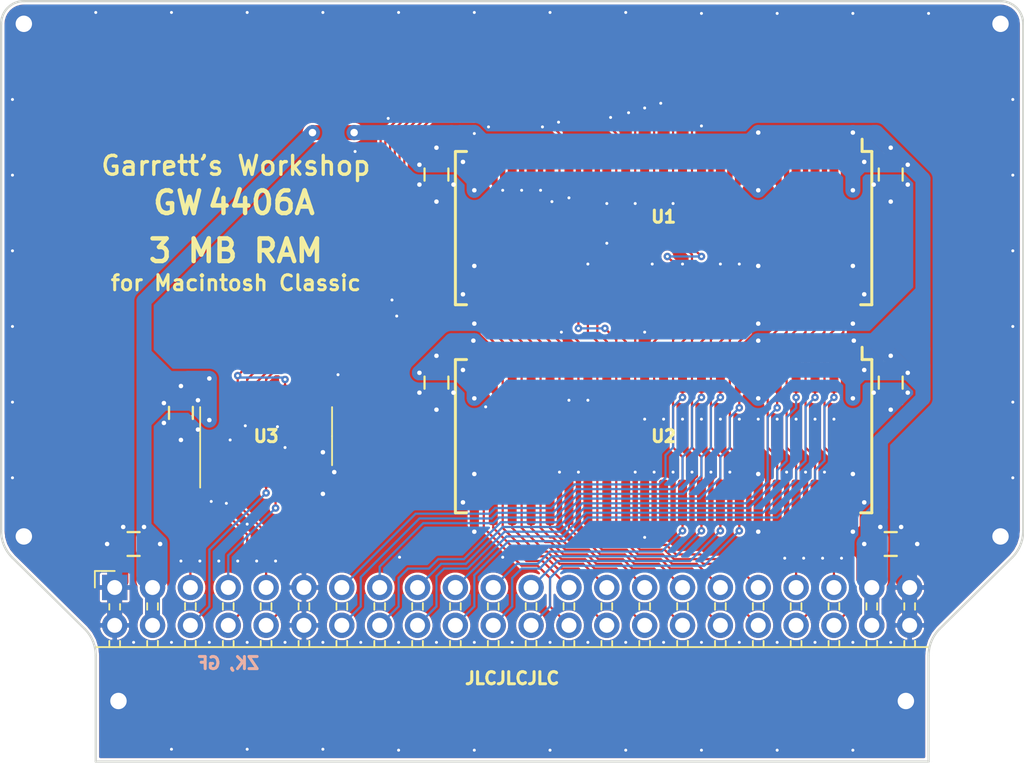
<source format=kicad_pcb>
(kicad_pcb (version 20171130) (host pcbnew "(5.1.10-1-10_14)")
  (layers (0 F.Cu mixed) (31 B.Cu mixed) (34 B.Paste user) (35 F.Paste user) (36 B.SilkS user) (37 F.SilkS user) (38 B.Mask user) (39 F.Mask user) (44 Edge.Cuts user))
  (net 0 "")
  (net 1 +5V)
  (net 2 /~WE~)
  (net 3 GND)
  (net 4 /A0)
  (net 5 /A1)
  (net 6 /A2)
  (net 7 /A3)
  (net 8 /A4)
  (net 9 /A5)
  (net 10 /A6)
  (net 11 /A7)
  (net 12 /A8)
  (net 13 /A9)
  (net 14 /~RAS~)
  (net 15 /DQ7)
  (net 16 /DQ6)
  (net 17 /DQ5)
  (net 18 /DQ4)
  (net 19 /DQ3)
  (net 20 /DQ2)
  (net 21 /DQ1)
  (net 22 /DQ0)
  (net 23 /U~CAS~C)
  (net 24 /L~CAS~C)
  (net 25 /L~CAS~1)
  (net 26 /U~CAS~1)
  (net 27 /U~CAS~D)
  (net 28 /L~CAS~D)
  (net 29 /DQ8)
  (net 30 /DQ10)
  (net 31 /DQ9)
  (net 32 /DQ11)
  (net 33 /DQ12)
  (net 34 /DQ14)
  (net 35 /DQ13)
  (net 36 /DQ15)
  (net 37 /~OE~1)
  (net 38 /~OE~0)
  (net 39 "Net-(U1-Pad11)")
  (net 40 "Net-(U1-Pad12)")
  (net 41 /U~CAS~0)
  (net 42 /L~CAS~0)
  (net 43 "Net-(U1-Pad32)")
  (net 44 "Net-(U2-Pad32)")
  (net 45 "Net-(U2-Pad12)")
  (net 46 "Net-(U2-Pad11)")
  (net 47 "Net-(U1-Pad15)")
  (net 48 "Net-(U1-Pad16)")
  (net 49 "Net-(U2-Pad16)")
  (net 50 "Net-(U2-Pad15)")
  (module stdpads:PinSocket_2x22_P2.54mm_Horizontal (layer F.Cu) (at 93.98 123.19 90)
    (fp_text reference J1 hide)
    (fp_text value "RAM Exp." hide)
    (pad 44 thru_hole oval (at -2.54 53.34 90) (size 1.7 1.7) (drill 1) (layers *.Cu *.Mask) (net 3 GND))
    (pad 43 thru_hole oval (at 0 53.34 90) (size 1.7 1.7) (drill 1) (layers *.Cu *.Mask) (net 3 GND))
    (pad 42 thru_hole oval (at -2.54 50.8 90) (size 1.7 1.7) (drill 1) (layers *.Cu *.Mask) (net 1 +5V))
    (pad 41 thru_hole oval (at 0 50.8 90) (size 1.7 1.7) (drill 1) (layers *.Cu *.Mask) (net 1 +5V))
    (pad 40 thru_hole oval (at -2.54 48.26 90) (size 1.7 1.7) (drill 1) (layers *.Cu *.Mask) (net 35 /DQ13))
    (pad 39 thru_hole oval (at 0 48.26 90) (size 1.7 1.7) (drill 1) (layers *.Cu *.Mask) (net 36 /DQ15))
    (pad 38 thru_hole oval (at -2.54 45.72 90) (size 1.7 1.7) (drill 1) (layers *.Cu *.Mask) (net 33 /DQ12))
    (pad 37 thru_hole oval (at 0 45.72 90) (size 1.7 1.7) (drill 1) (layers *.Cu *.Mask) (net 34 /DQ14))
    (pad 36 thru_hole oval (at -2.54 43.18 90) (size 1.7 1.7) (drill 1) (layers *.Cu *.Mask) (net 14 /~RAS~))
    (pad 35 thru_hole oval (at 0 43.18 90) (size 1.7 1.7) (drill 1) (layers *.Cu *.Mask) (net 2 /~WE~))
    (pad 34 thru_hole oval (at -2.54 40.64 90) (size 1.7 1.7) (drill 1) (layers *.Cu *.Mask) (net 12 /A8))
    (pad 33 thru_hole oval (at 0 40.64 90) (size 1.7 1.7) (drill 1) (layers *.Cu *.Mask) (net 13 /A9))
    (pad 32 thru_hole oval (at -2.54 38.1 90) (size 1.7 1.7) (drill 1) (layers *.Cu *.Mask) (net 4 /A0))
    (pad 31 thru_hole oval (at 0 38.1 90) (size 1.7 1.7) (drill 1) (layers *.Cu *.Mask) (net 11 /A7))
    (pad 30 thru_hole oval (at -2.54 35.56 90) (size 1.7 1.7) (drill 1) (layers *.Cu *.Mask) (net 5 /A1))
    (pad 29 thru_hole oval (at 0 35.56 90) (size 1.7 1.7) (drill 1) (layers *.Cu *.Mask) (net 10 /A6))
    (pad 28 thru_hole oval (at -2.54 33.02 90) (size 1.7 1.7) (drill 1) (layers *.Cu *.Mask) (net 6 /A2))
    (pad 27 thru_hole oval (at 0 33.02 90) (size 1.7 1.7) (drill 1) (layers *.Cu *.Mask) (net 9 /A5))
    (pad 26 thru_hole oval (at -2.54 30.48 90) (size 1.7 1.7) (drill 1) (layers *.Cu *.Mask) (net 7 /A3))
    (pad 25 thru_hole oval (at 0 30.48 90) (size 1.7 1.7) (drill 1) (layers *.Cu *.Mask) (net 8 /A4))
    (pad 24 thru_hole oval (at -2.54 27.94 90) (size 1.7 1.7) (drill 1) (layers *.Cu *.Mask) (net 31 /DQ9))
    (pad 23 thru_hole oval (at 0 27.94 90) (size 1.7 1.7) (drill 1) (layers *.Cu *.Mask) (net 32 /DQ11))
    (pad 22 thru_hole oval (at -2.54 25.4 90) (size 1.7 1.7) (drill 1) (layers *.Cu *.Mask) (net 29 /DQ8))
    (pad 21 thru_hole oval (at 0 25.4 90) (size 1.7 1.7) (drill 1) (layers *.Cu *.Mask) (net 30 /DQ10))
    (pad 20 thru_hole oval (at -2.54 22.86 90) (size 1.7 1.7) (drill 1) (layers *.Cu *.Mask) (net 19 /DQ3))
    (pad 19 thru_hole oval (at 0 22.86 90) (size 1.7 1.7) (drill 1) (layers *.Cu *.Mask) (net 15 /DQ7))
    (pad 18 thru_hole oval (at -2.54 20.32 90) (size 1.7 1.7) (drill 1) (layers *.Cu *.Mask) (net 20 /DQ2))
    (pad 17 thru_hole oval (at 0 20.32 90) (size 1.7 1.7) (drill 1) (layers *.Cu *.Mask) (net 16 /DQ6))
    (pad 16 thru_hole oval (at -2.54 17.78 90) (size 1.7 1.7) (drill 1) (layers *.Cu *.Mask) (net 21 /DQ1))
    (pad 15 thru_hole oval (at 0 17.78 90) (size 1.7 1.7) (drill 1) (layers *.Cu *.Mask) (net 17 /DQ5))
    (pad 14 thru_hole oval (at -2.54 15.24 90) (size 1.7 1.7) (drill 1) (layers *.Cu *.Mask) (net 22 /DQ0))
    (pad 13 thru_hole oval (at 0 15.24 90) (size 1.7 1.7) (drill 1) (layers *.Cu *.Mask) (net 18 /DQ4))
    (pad 12 thru_hole oval (at -2.54 12.7 90) (size 1.7 1.7) (drill 1) (layers *.Cu *.Mask) (net 3 GND))
    (pad 11 thru_hole oval (at 0 12.7 90) (size 1.7 1.7) (drill 1) (layers *.Cu *.Mask) (net 3 GND))
    (pad 10 thru_hole oval (at -2.54 10.16 90) (size 1.7 1.7) (drill 1) (layers *.Cu *.Mask) (net 27 /U~CAS~D))
    (pad 9 thru_hole oval (at 0 10.16 90) (size 1.7 1.7) (drill 1) (layers *.Cu *.Mask) (net 28 /L~CAS~D))
    (pad 8 thru_hole oval (at -2.54 7.62 90) (size 1.7 1.7) (drill 1) (layers *.Cu *.Mask) (net 25 /L~CAS~1))
    (pad 7 thru_hole oval (at 0 7.62 90) (size 1.7 1.7) (drill 1) (layers *.Cu *.Mask) (net 26 /U~CAS~1))
    (pad 6 thru_hole oval (at -2.54 5.08 90) (size 1.7 1.7) (drill 1) (layers *.Cu *.Mask) (net 23 /U~CAS~C))
    (pad 5 thru_hole oval (at 0 5.08 90) (size 1.7 1.7) (drill 1) (layers *.Cu *.Mask) (net 24 /L~CAS~C))
    (pad 4 thru_hole oval (at -2.54 2.54 90) (size 1.7 1.7) (drill 1) (layers *.Cu *.Mask) (net 1 +5V))
    (pad 3 thru_hole oval (at 0 2.54 90) (size 1.7 1.7) (drill 1) (layers *.Cu *.Mask) (net 1 +5V))
    (pad 2 thru_hole oval (at -2.54 0 90) (size 1.7 1.7) (drill 1) (layers *.Cu *.Mask) (net 3 GND))
    (pad 1 thru_hole rect (at 0 0 90) (size 1.7 1.7) (drill 1) (layers *.Cu *.Mask) (net 3 GND))
  )
  (module stdpads:Fiducial (layer F.Cu) (at 147.066 133.35 180)
    (fp_text reference FID2 hide)
    (fp_text value Fiducial hide)
    (pad ~ smd circle (at 0 0 180) (size 1 1) (layers F.Cu F.Mask) (clearance 0.575))
  )
  (module stdpads:PasteHole_1.1mm_PTH (layer F.Cu) (at 94.234 130.81 180)
    (fp_text reference H5)
    (fp_text value " " hide)
    (pad 1 thru_hole circle (at 0 0 180) (size 2 2) (drill 1.1) (layers *.Cu *.Mask) (net 3 GND))
  )
  (module stdpads:PasteHole_1.1mm_PTH (layer F.Cu) (at 147.066 130.81 180)
    (fp_text reference H6)
    (fp_text value " " hide)
    (pad 1 thru_hole circle (at 0 0 180) (size 2 2) (drill 1.1) (layers *.Cu *.Mask) (net 3 GND))
  )
  (module stdpads:Fiducial (layer F.Cu) (at 94.234 133.35 180)
    (fp_text reference FID1 hide)
    (fp_text value Fiducial hide)
    (pad ~ smd circle (at 0 0 180) (size 1 1) (layers F.Cu F.Mask) (clearance 0.575))
  )
  (module stdpads:C_0805 (layer F.Cu) (at 115.57 109.435 270)
    (fp_text reference C4)
    (fp_text value 2u2)
    (pad 2 smd roundrect (at 0.85 0 270) (size 1.05 1.4) (layers F.Cu F.Paste F.Mask) (net 3 GND))
    (pad 1 smd roundrect (at -0.85 0 270) (size 1.05 1.4) (layers F.Cu F.Paste F.Mask) (net 1 +5V))
  )
  (module stdpads:C_0805 (layer F.Cu) (at 146.05 120.269)
    (fp_text reference C2)
    (fp_text value 2u2)
    (pad 2 smd roundrect (at 0.85 0) (size 1.05 1.4) (layers F.Cu F.Paste F.Mask) (net 3 GND))
    (pad 1 smd roundrect (at -0.85 0) (size 1.05 1.4) (layers F.Cu F.Paste F.Mask) (net 1 +5V))
  )
  (module stdpads:PasteHole_1.1mm_PTH (layer F.Cu) (at 87.884 85.344)
    (fp_text reference H1)
    (fp_text value " " hide)
    (pad 1 thru_hole circle (at 0 0) (size 2 2) (drill 1.1) (layers *.Cu *.Mask) (net 3 GND))
  )
  (module stdpads:Fiducial (layer F.Cu) (at 90.424 85.344)
    (fp_text reference FID3 hide)
    (fp_text value Fiducial hide)
    (pad ~ smd circle (at 0 0) (size 1 1) (layers F.Cu F.Mask) (clearance 0.575))
  )
  (module stdpads:Fiducial (layer F.Cu) (at 150.876 85.344)
    (fp_text reference FID4 hide)
    (fp_text value Fiducial hide)
    (pad ~ smd circle (at 0 0) (size 1 1) (layers F.Cu F.Mask) (clearance 0.575))
  )
  (module stdpads:PasteHole_1.1mm_PTH (layer F.Cu) (at 87.884 119.761 180)
    (fp_text reference H2)
    (fp_text value " " hide)
    (pad 1 thru_hole circle (at 0 0 180) (size 2 2) (drill 1.1) (layers *.Cu *.Mask) (net 3 GND))
  )
  (module stdpads:PasteHole_1.1mm_PTH (layer F.Cu) (at 153.416 119.761 180)
    (fp_text reference H3)
    (fp_text value " " hide)
    (pad 1 thru_hole circle (at 0 0 180) (size 2 2) (drill 1.1) (layers *.Cu *.Mask) (net 3 GND))
  )
  (module stdpads:PasteHole_1.1mm_PTH (layer F.Cu) (at 153.416 85.344)
    (fp_text reference H4)
    (fp_text value " " hide)
    (pad 1 thru_hole circle (at 0 0) (size 2 2) (drill 1.1) (layers *.Cu *.Mask) (net 3 GND))
  )
  (module stdpads:C_0805 (layer F.Cu) (at 146.05 95.465 270)
    (fp_text reference C7)
    (fp_text value 2u2)
    (pad 2 smd roundrect (at 0.85 0 270) (size 1.05 1.4) (layers F.Cu F.Paste F.Mask) (net 3 GND))
    (pad 1 smd roundrect (at -0.85 0 270) (size 1.05 1.4) (layers F.Cu F.Paste F.Mask) (net 1 +5V))
  )
  (module stdpads:C_0805 (layer F.Cu) (at 115.57 95.465 270)
    (fp_text reference C6)
    (fp_text value 2u2)
    (pad 2 smd roundrect (at 0.85 0 270) (size 1.05 1.4) (layers F.Cu F.Paste F.Mask) (net 3 GND))
    (pad 1 smd roundrect (at -0.85 0 270) (size 1.05 1.4) (layers F.Cu F.Paste F.Mask) (net 1 +5V))
  )
  (module stdpads:C_0805 (layer F.Cu) (at 146.05 109.435 270)
    (fp_text reference C5)
    (fp_text value 2u2)
    (pad 1 smd roundrect (at -0.85 0 270) (size 1.05 1.4) (layers F.Cu F.Paste F.Mask) (net 1 +5V))
    (pad 2 smd roundrect (at 0.85 0 270) (size 1.05 1.4) (layers F.Cu F.Paste F.Mask) (net 3 GND))
  )
  (module stdpads:C_0805 (layer F.Cu) (at 98.425 111.467 270)
    (fp_text reference C3)
    (fp_text value 2u2)
    (pad 1 smd roundrect (at -0.85 0 270) (size 1.05 1.4) (layers F.Cu F.Paste F.Mask) (net 1 +5V))
    (pad 2 smd roundrect (at 0.85 0 270) (size 1.05 1.4) (layers F.Cu F.Paste F.Mask) (net 3 GND))
  )
  (module stdpads:SOIC-14_3.9mm (layer F.Cu) (at 104.14 113.03)
    (fp_text reference U3)
    (fp_text value 74HCT08D)
    (fp_text user %R (at 0 0 180) (layer F.SilkS) (effects (font (size 0.8128 0.8128) (thickness 0.2032))))
    (pad 14 smd roundrect (at -3.81 -2.475 90) (size 1.95 0.6) (layers F.Cu F.Paste F.Mask) (net 1 +5V))
    (pad 7 smd roundrect (at 3.81 2.475 90) (size 1.95 0.6) (layers F.Cu F.Paste F.Mask) (net 3 GND))
    (pad 12 smd roundrect (at -1.27 -2.475 90) (size 1.95 0.6) (layers F.Cu F.Paste F.Mask) (net 26 /U~CAS~1))
    (pad 8 smd roundrect (at 3.81 -2.475 90) (size 1.95 0.6) (layers F.Cu F.Paste F.Mask) (net 38 /~OE~0))
    (pad 13 smd roundrect (at -2.54 -2.475 90) (size 1.95 0.6) (layers F.Cu F.Paste F.Mask) (net 25 /L~CAS~1))
    (pad 6 smd roundrect (at 2.54 2.475 90) (size 1.95 0.6) (layers F.Cu F.Paste F.Mask) (net 41 /U~CAS~0))
    (pad 9 smd roundrect (at 2.54 -2.475 90) (size 1.95 0.6) (layers F.Cu F.Paste F.Mask) (net 41 /U~CAS~0))
    (pad 10 smd roundrect (at 1.27 -2.475 90) (size 1.95 0.6) (layers F.Cu F.Paste F.Mask) (net 42 /L~CAS~0))
    (pad 11 smd roundrect (at 0 -2.475 90) (size 1.95 0.6) (layers F.Cu F.Paste F.Mask) (net 37 /~OE~1))
    (pad 2 smd roundrect (at -2.54 2.475 90) (size 1.95 0.6) (layers F.Cu F.Paste F.Mask) (net 28 /L~CAS~D))
    (pad 1 smd roundrect (at -3.81 2.475 90) (size 1.95 0.6) (layers F.Cu F.Paste F.Mask) (net 24 /L~CAS~C))
    (pad 4 smd roundrect (at 0 2.475 90) (size 1.95 0.6) (layers F.Cu F.Paste F.Mask) (net 23 /U~CAS~C))
    (pad 3 smd roundrect (at -1.27 2.475 90) (size 1.95 0.6) (layers F.Cu F.Paste F.Mask) (net 42 /L~CAS~0))
    (pad 5 smd roundrect (at 1.27 2.475 90) (size 1.95 0.6) (layers F.Cu F.Paste F.Mask) (net 27 /U~CAS~D))
  )
  (module stdpads:C_0805 (layer F.Cu) (at 95.25 120.269 180)
    (fp_text reference C1)
    (fp_text value 2u2)
    (pad 1 smd roundrect (at -0.85 0 180) (size 1.05 1.4) (layers F.Cu F.Paste F.Mask) (net 1 +5V))
    (pad 2 smd roundrect (at 0.85 0 180) (size 1.05 1.4) (layers F.Cu F.Paste F.Mask) (net 3 GND))
  )
  (module stdpads:SOJ-42_400mil (layer F.Cu) (at 130.81 99.06 270)
    (fp_text reference U1)
    (fp_text value AS4C1M16F5)
    (fp_text user %R (at -0.762 0) (layer F.SilkS) (effects (font (size 0.8128 0.8128) (thickness 0.2032))))
    (pad 28 smd roundrect (at 4.445 5.08 270) (size 3.048 0.6) (layers F.Cu F.Paste F.Mask) (net 13 /A9))
    (pad 27 smd roundrect (at 4.445 6.35 270) (size 3.048 0.6) (layers F.Cu F.Paste F.Mask) (net 12 /A8))
    (pad 14 smd roundrect (at -4.445 3.81 270) (size 3.048 0.6) (layers F.Cu F.Paste F.Mask) (net 14 /~RAS~))
    (pad 8 smd roundrect (at -4.445 -3.81 270) (size 3.048 0.6) (layers F.Cu F.Paste F.Mask) (net 17 /DQ5))
    (pad 6 smd roundrect (at -4.445 -6.35 270) (size 3.048 0.6) (layers F.Cu F.Paste F.Mask) (net 1 +5V))
    (pad 1 smd roundrect (at -4.445 -12.7 270) (size 3.048 0.6) (layers F.Cu F.Paste F.Mask) (net 1 +5V))
    (pad 2 smd roundrect (at -4.445 -11.43 270) (size 3.048 0.6) (layers F.Cu F.Paste F.Mask) (net 19 /DQ3))
    (pad 3 smd roundrect (at -4.445 -10.16 270) (size 3.048 0.6) (layers F.Cu F.Paste F.Mask) (net 15 /DQ7))
    (pad 4 smd roundrect (at -4.445 -8.89 270) (size 3.048 0.6) (layers F.Cu F.Paste F.Mask) (net 20 /DQ2))
    (pad 5 smd roundrect (at -4.445 -7.62 270) (size 3.048 0.6) (layers F.Cu F.Paste F.Mask) (net 16 /DQ6))
    (pad 9 smd roundrect (at -4.445 -2.54 270) (size 3.048 0.6) (layers F.Cu F.Paste F.Mask) (net 22 /DQ0))
    (pad 10 smd roundrect (at -4.445 -1.27 270) (size 3.048 0.6) (layers F.Cu F.Paste F.Mask) (net 18 /DQ4))
    (pad 11 smd roundrect (at -4.445 0 270) (size 3.048 0.6) (layers F.Cu F.Paste F.Mask) (net 39 "Net-(U1-Pad11)"))
    (pad 12 smd roundrect (at -4.445 1.27 270) (size 3.048 0.6) (layers F.Cu F.Paste F.Mask) (net 40 "Net-(U1-Pad12)"))
    (pad 13 smd roundrect (at -4.445 2.54 270) (size 3.048 0.6) (layers F.Cu F.Paste F.Mask) (net 2 /~WE~))
    (pad 22 smd roundrect (at 4.445 12.7 270) (size 3.048 0.6) (layers F.Cu F.Paste F.Mask) (net 3 GND))
    (pad 23 smd roundrect (at 4.445 11.43 270) (size 3.048 0.6) (layers F.Cu F.Paste F.Mask) (net 8 /A4))
    (pad 24 smd roundrect (at 4.445 10.16 270) (size 3.048 0.6) (layers F.Cu F.Paste F.Mask) (net 9 /A5))
    (pad 25 smd roundrect (at 4.445 8.89 270) (size 3.048 0.6) (layers F.Cu F.Paste F.Mask) (net 10 /A6))
    (pad 26 smd roundrect (at 4.445 7.62 270) (size 3.048 0.6) (layers F.Cu F.Paste F.Mask) (net 11 /A7))
    (pad 7 smd roundrect (at -4.445 -5.08 270) (size 3.048 0.6) (layers F.Cu F.Paste F.Mask) (net 21 /DQ1))
    (pad 15 smd roundrect (at -4.445 5.08 270) (size 3.048 0.6) (layers F.Cu F.Paste F.Mask) (net 47 "Net-(U1-Pad15)"))
    (pad 16 smd roundrect (at -4.445 6.35 270) (size 3.048 0.6) (layers F.Cu F.Paste F.Mask) (net 48 "Net-(U1-Pad16)"))
    (pad 17 smd roundrect (at -4.445 7.62 270) (size 3.048 0.6) (layers F.Cu F.Paste F.Mask) (net 4 /A0))
    (pad 18 smd roundrect (at -4.445 8.89 270) (size 3.048 0.6) (layers F.Cu F.Paste F.Mask) (net 5 /A1))
    (pad 19 smd roundrect (at -4.445 10.16 270) (size 3.048 0.6) (layers F.Cu F.Paste F.Mask) (net 6 /A2))
    (pad 36 smd roundrect (at 4.445 -5.08 270) (size 3.048 0.6) (layers F.Cu F.Paste F.Mask) (net 31 /DQ9))
    (pad 35 smd roundrect (at 4.445 -3.81 270) (size 3.048 0.6) (layers F.Cu F.Paste F.Mask) (net 32 /DQ11))
    (pad 29 smd roundrect (at 4.445 3.81 270) (size 3.048 0.6) (layers F.Cu F.Paste F.Mask) (net 38 /~OE~0))
    (pad 30 smd roundrect (at 4.445 2.54 270) (size 3.048 0.6) (layers F.Cu F.Paste F.Mask) (net 41 /U~CAS~0))
    (pad 31 smd roundrect (at 4.445 1.27 270) (size 3.048 0.6) (layers F.Cu F.Paste F.Mask) (net 42 /L~CAS~0))
    (pad 32 smd roundrect (at 4.445 0 270) (size 3.048 0.6) (layers F.Cu F.Paste F.Mask) (net 43 "Net-(U1-Pad32)"))
    (pad 33 smd roundrect (at 4.445 -1.27 270) (size 3.048 0.6) (layers F.Cu F.Paste F.Mask) (net 30 /DQ10))
    (pad 34 smd roundrect (at 4.445 -2.54 270) (size 3.048 0.6) (layers F.Cu F.Paste F.Mask) (net 29 /DQ8))
    (pad 37 smd roundrect (at 4.445 -6.35 270) (size 3.048 0.6) (layers F.Cu F.Paste F.Mask) (net 3 GND))
    (pad 38 smd roundrect (at 4.445 -7.62 270) (size 3.048 0.6) (layers F.Cu F.Paste F.Mask) (net 34 /DQ14))
    (pad 40 smd roundrect (at 4.445 -10.16 270) (size 3.048 0.6) (layers F.Cu F.Paste F.Mask) (net 36 /DQ15))
    (pad 39 smd roundrect (at 4.445 -8.89 270) (size 3.048 0.6) (layers F.Cu F.Paste F.Mask) (net 33 /DQ12))
    (pad 21 smd roundrect (at -4.445 12.7 270) (size 3.048 0.6) (layers F.Cu F.Paste F.Mask) (net 1 +5V))
    (pad 20 smd roundrect (at -4.445 11.43 270) (size 3.048 0.6) (layers F.Cu F.Paste F.Mask) (net 7 /A3))
    (pad 42 smd roundrect (at 4.445 -12.7 270) (size 3.048 0.6) (layers F.Cu F.Paste F.Mask) (net 3 GND))
    (pad 41 smd roundrect (at 4.445 -11.43 270) (size 3.048 0.6) (layers F.Cu F.Paste F.Mask) (net 35 /DQ13))
  )
  (module stdpads:SOJ-42_400mil (layer F.Cu) (at 130.81 113.03 270)
    (fp_text reference U2)
    (fp_text value AS4C1M16F5)
    (fp_text user %R (at 0 0) (layer F.SilkS) (effects (font (size 0.8128 0.8128) (thickness 0.2032))))
    (pad 41 smd roundrect (at 4.445 -11.43 270) (size 3.048 0.6) (layers F.Cu F.Paste F.Mask) (net 35 /DQ13))
    (pad 42 smd roundrect (at 4.445 -12.7 270) (size 3.048 0.6) (layers F.Cu F.Paste F.Mask) (net 3 GND))
    (pad 20 smd roundrect (at -4.445 11.43 270) (size 3.048 0.6) (layers F.Cu F.Paste F.Mask) (net 7 /A3))
    (pad 21 smd roundrect (at -4.445 12.7 270) (size 3.048 0.6) (layers F.Cu F.Paste F.Mask) (net 1 +5V))
    (pad 39 smd roundrect (at 4.445 -8.89 270) (size 3.048 0.6) (layers F.Cu F.Paste F.Mask) (net 33 /DQ12))
    (pad 40 smd roundrect (at 4.445 -10.16 270) (size 3.048 0.6) (layers F.Cu F.Paste F.Mask) (net 36 /DQ15))
    (pad 38 smd roundrect (at 4.445 -7.62 270) (size 3.048 0.6) (layers F.Cu F.Paste F.Mask) (net 34 /DQ14))
    (pad 37 smd roundrect (at 4.445 -6.35 270) (size 3.048 0.6) (layers F.Cu F.Paste F.Mask) (net 3 GND))
    (pad 34 smd roundrect (at 4.445 -2.54 270) (size 3.048 0.6) (layers F.Cu F.Paste F.Mask) (net 29 /DQ8))
    (pad 33 smd roundrect (at 4.445 -1.27 270) (size 3.048 0.6) (layers F.Cu F.Paste F.Mask) (net 30 /DQ10))
    (pad 32 smd roundrect (at 4.445 0 270) (size 3.048 0.6) (layers F.Cu F.Paste F.Mask) (net 44 "Net-(U2-Pad32)"))
    (pad 31 smd roundrect (at 4.445 1.27 270) (size 3.048 0.6) (layers F.Cu F.Paste F.Mask) (net 25 /L~CAS~1))
    (pad 30 smd roundrect (at 4.445 2.54 270) (size 3.048 0.6) (layers F.Cu F.Paste F.Mask) (net 26 /U~CAS~1))
    (pad 29 smd roundrect (at 4.445 3.81 270) (size 3.048 0.6) (layers F.Cu F.Paste F.Mask) (net 37 /~OE~1))
    (pad 35 smd roundrect (at 4.445 -3.81 270) (size 3.048 0.6) (layers F.Cu F.Paste F.Mask) (net 32 /DQ11))
    (pad 36 smd roundrect (at 4.445 -5.08 270) (size 3.048 0.6) (layers F.Cu F.Paste F.Mask) (net 31 /DQ9))
    (pad 19 smd roundrect (at -4.445 10.16 270) (size 3.048 0.6) (layers F.Cu F.Paste F.Mask) (net 6 /A2))
    (pad 18 smd roundrect (at -4.445 8.89 270) (size 3.048 0.6) (layers F.Cu F.Paste F.Mask) (net 5 /A1))
    (pad 17 smd roundrect (at -4.445 7.62 270) (size 3.048 0.6) (layers F.Cu F.Paste F.Mask) (net 4 /A0))
    (pad 16 smd roundrect (at -4.445 6.35 270) (size 3.048 0.6) (layers F.Cu F.Paste F.Mask) (net 49 "Net-(U2-Pad16)"))
    (pad 15 smd roundrect (at -4.445 5.08 270) (size 3.048 0.6) (layers F.Cu F.Paste F.Mask) (net 50 "Net-(U2-Pad15)"))
    (pad 7 smd roundrect (at -4.445 -5.08 270) (size 3.048 0.6) (layers F.Cu F.Paste F.Mask) (net 21 /DQ1))
    (pad 26 smd roundrect (at 4.445 7.62 270) (size 3.048 0.6) (layers F.Cu F.Paste F.Mask) (net 11 /A7))
    (pad 25 smd roundrect (at 4.445 8.89 270) (size 3.048 0.6) (layers F.Cu F.Paste F.Mask) (net 10 /A6))
    (pad 24 smd roundrect (at 4.445 10.16 270) (size 3.048 0.6) (layers F.Cu F.Paste F.Mask) (net 9 /A5))
    (pad 23 smd roundrect (at 4.445 11.43 270) (size 3.048 0.6) (layers F.Cu F.Paste F.Mask) (net 8 /A4))
    (pad 22 smd roundrect (at 4.445 12.7 270) (size 3.048 0.6) (layers F.Cu F.Paste F.Mask) (net 3 GND))
    (pad 13 smd roundrect (at -4.445 2.54 270) (size 3.048 0.6) (layers F.Cu F.Paste F.Mask) (net 2 /~WE~))
    (pad 12 smd roundrect (at -4.445 1.27 270) (size 3.048 0.6) (layers F.Cu F.Paste F.Mask) (net 45 "Net-(U2-Pad12)"))
    (pad 11 smd roundrect (at -4.445 0 270) (size 3.048 0.6) (layers F.Cu F.Paste F.Mask) (net 46 "Net-(U2-Pad11)"))
    (pad 10 smd roundrect (at -4.445 -1.27 270) (size 3.048 0.6) (layers F.Cu F.Paste F.Mask) (net 18 /DQ4))
    (pad 9 smd roundrect (at -4.445 -2.54 270) (size 3.048 0.6) (layers F.Cu F.Paste F.Mask) (net 22 /DQ0))
    (pad 5 smd roundrect (at -4.445 -7.62 270) (size 3.048 0.6) (layers F.Cu F.Paste F.Mask) (net 16 /DQ6))
    (pad 4 smd roundrect (at -4.445 -8.89 270) (size 3.048 0.6) (layers F.Cu F.Paste F.Mask) (net 20 /DQ2))
    (pad 3 smd roundrect (at -4.445 -10.16 270) (size 3.048 0.6) (layers F.Cu F.Paste F.Mask) (net 15 /DQ7))
    (pad 2 smd roundrect (at -4.445 -11.43 270) (size 3.048 0.6) (layers F.Cu F.Paste F.Mask) (net 19 /DQ3))
    (pad 1 smd roundrect (at -4.445 -12.7 270) (size 3.048 0.6) (layers F.Cu F.Paste F.Mask) (net 1 +5V))
    (pad 6 smd roundrect (at -4.445 -6.35 270) (size 3.048 0.6) (layers F.Cu F.Paste F.Mask) (net 1 +5V))
    (pad 8 smd roundrect (at -4.445 -3.81 270) (size 3.048 0.6) (layers F.Cu F.Paste F.Mask) (net 17 /DQ5))
    (pad 14 smd roundrect (at -4.445 3.81 270) (size 3.048 0.6) (layers F.Cu F.Paste F.Mask) (net 14 /~RAS~))
    (pad 27 smd roundrect (at 4.445 6.35 270) (size 3.048 0.6) (layers F.Cu F.Paste F.Mask) (net 12 /A8))
    (pad 28 smd roundrect (at 4.445 5.08 270) (size 3.048 0.6) (layers F.Cu F.Paste F.Mask) (net 13 /A9))
  )
  (gr_line (start 91.966051 125.965949) (end 87.103949 121.176051) (layer Edge.Cuts) (width 0.15))
  (gr_arc (start 90.17 127.762) (end 92.71 127.762) (angle -45) (layer Edge.Cuts) (width 0.15))
  (gr_arc (start 88.9 119.38) (end 86.36 119.38) (angle -45) (layer Edge.Cuts) (width 0.15))
  (gr_line (start 92.71 127.762) (end 92.71 134.874) (layer Edge.Cuts) (width 0.15))
  (gr_line (start 148.59 127.762) (end 148.59 134.874) (layer Edge.Cuts) (width 0.15))
  (gr_arc (start 151.13 127.762) (end 148.59 127.762) (angle 45) (layer Edge.Cuts) (width 0.15))
  (gr_arc (start 152.4 119.38) (end 154.94 119.38) (angle 45) (layer Edge.Cuts) (width 0.15))
  (gr_line (start 149.333949 125.965949) (end 154.196051 121.176051) (layer Edge.Cuts) (width 0.15))
  (gr_text JLCJLCJLC (at 120.65 129.286) (layer F.SilkS) (effects (font (size 0.8128 0.8128) (thickness 0.2032))))
  (gr_text "3 MB RAM" (at 102.108 100.584) (layer F.SilkS) (effects (font (size 1.524 1.524) (thickness 0.3))))
  (gr_text "for Macintosh Classic" (at 102.108 102.743) (layer F.SilkS) (effects (font (size 1.016 1.016) (thickness 0.2))))
  (gr_text GW (at 98.2302 97.358) (layer F.SilkS) (effects (font (size 1.524 1.524) (thickness 0.3))))
  (gr_text 4406A (at 103.8182 97.358) (layer F.SilkS) (effects (font (size 1.524 1.524) (thickness 0.3))))
  (gr_text "Garrett’s Workshop" (at 102.108 94.869) (layer F.SilkS) (effects (font (size 1.27 1.27) (thickness 0.225))))
  (gr_text "ZK, GF" (at 101.6 128.27) (layer B.SilkS) (effects (font (size 0.8128 0.8128) (thickness 0.2032)) (justify mirror)))
  (gr_arc (start 87.884 85.344) (end 87.884 83.82) (angle -90) (layer Edge.Cuts) (width 0.15))
  (gr_arc (start 153.416 85.344) (end 154.94 85.344) (angle -90) (layer Edge.Cuts) (width 0.15))
  (gr_line (start 153.416 83.82) (end 87.884 83.82) (layer Edge.Cuts) (width 0.15))
  (gr_line (start 154.94 119.38) (end 154.94 85.344) (layer Edge.Cuts) (width 0.15))
  (gr_line (start 92.71 134.874) (end 148.59 134.874) (layer Edge.Cuts) (width 0.15))
  (gr_line (start 86.36 85.344) (end 86.36 119.38) (layer Edge.Cuts) (width 0.15))
  (via (at 137.16 96.52) (size 0.6) (drill 0.3) (layers F.Cu B.Cu) (net 1))
  (segment (start 137.16 94.59) (end 137.16 96.52) (width 0.6) (layer F.Cu) (net 1))
  (via (at 137.16 92.6465) (size 0.6) (drill 0.3) (layers F.Cu B.Cu) (net 1))
  (segment (start 137.16 94.59) (end 137.16 92.6465) (width 0.6) (layer F.Cu) (net 1))
  (via (at 137.16 106.6165) (size 0.6) (drill 0.3) (layers F.Cu B.Cu) (net 1))
  (segment (start 137.16 108.56) (end 137.16 106.6165) (width 0.6) (layer F.Cu) (net 1))
  (via (at 137.16 110.49) (size 0.6) (drill 0.3) (layers F.Cu B.Cu) (net 1))
  (segment (start 137.16 108.56) (end 137.16 110.49) (width 0.6) (layer F.Cu) (net 1))
  (via (at 143.51 110.49) (size 0.6) (drill 0.3) (layers F.Cu B.Cu) (net 1))
  (segment (start 143.51 108.56) (end 143.51 110.49) (width 0.6) (layer F.Cu) (net 1))
  (via (at 143.5735 106.6165) (size 0.6) (drill 0.3) (layers F.Cu B.Cu) (net 1))
  (via (at 143.51 96.52) (size 0.6) (drill 0.3) (layers F.Cu B.Cu) (net 1))
  (segment (start 143.51 94.59) (end 143.51 96.52) (width 0.6) (layer F.Cu) (net 1))
  (via (at 143.51 92.6465) (size 0.6) (drill 0.3) (layers F.Cu B.Cu) (net 1))
  (segment (start 143.51 94.59) (end 143.51 92.6465) (width 0.6) (layer F.Cu) (net 1))
  (via (at 118.11 96.52) (size 0.6) (drill 0.3) (layers F.Cu B.Cu) (net 1))
  (segment (start 118.11 94.59) (end 118.11 96.52) (width 0.6) (layer F.Cu) (net 1))
  (via (at 118.11 110.49) (size 0.6) (drill 0.3) (layers F.Cu B.Cu) (net 1))
  (segment (start 118.11 108.56) (end 118.11 110.49) (width 0.6) (layer F.Cu) (net 1))
  (segment (start 118.085 94.615) (end 117.348 94.615) (width 0.6) (layer F.Cu) (net 1))
  (via (at 117.348 94.615) (size 0.6) (drill 0.3) (layers F.Cu B.Cu) (net 1))
  (segment (start 118.11 94.59) (end 118.085 94.615) (width 0.6) (layer F.Cu) (net 1))
  (via (at 144.272 94.615) (size 0.6) (drill 0.3) (layers F.Cu B.Cu) (net 1))
  (segment (start 143.535 94.615) (end 144.272 94.615) (width 0.6) (layer F.Cu) (net 1))
  (segment (start 143.51 94.59) (end 143.535 94.615) (width 0.6) (layer F.Cu) (net 1))
  (via (at 144.272 108.585) (size 0.6) (drill 0.3) (layers F.Cu B.Cu) (net 1))
  (segment (start 143.535 108.585) (end 144.272 108.585) (width 0.6) (layer F.Cu) (net 1))
  (segment (start 143.51 108.56) (end 143.535 108.585) (width 0.6) (layer F.Cu) (net 1))
  (via (at 117.348 108.585) (size 0.6) (drill 0.3) (layers F.Cu B.Cu) (net 1))
  (segment (start 118.085 108.585) (end 117.348 108.585) (width 0.6) (layer F.Cu) (net 1))
  (segment (start 118.11 108.56) (end 118.085 108.585) (width 0.6) (layer F.Cu) (net 1))
  (via (at 146.05 93.6625) (size 0.6) (drill 0.3) (layers F.Cu B.Cu) (net 1))
  (segment (start 146.05 94.615) (end 146.05 93.6625) (width 0.6) (layer F.Cu) (net 1))
  (segment (start 146.05 94.615) (end 144.272 94.615) (width 0.6) (layer F.Cu) (net 1))
  (via (at 147.193 94.8055) (size 0.6) (drill 0.3) (layers F.Cu B.Cu) (net 1))
  (segment (start 147.0025 94.615) (end 147.193 94.8055) (width 0.6) (layer F.Cu) (net 1))
  (segment (start 146.05 94.615) (end 147.0025 94.615) (width 0.6) (layer F.Cu) (net 1))
  (via (at 146.05 107.6325) (size 0.6) (drill 0.3) (layers F.Cu B.Cu) (net 1))
  (segment (start 146.05 108.585) (end 146.05 107.6325) (width 0.6) (layer F.Cu) (net 1))
  (via (at 147.193 108.7755) (size 0.6) (drill 0.3) (layers F.Cu B.Cu) (net 1))
  (segment (start 146.05 108.585) (end 147.0025 108.585) (width 0.6) (layer F.Cu) (net 1))
  (segment (start 147.0025 108.585) (end 147.193 108.7755) (width 0.6) (layer F.Cu) (net 1))
  (segment (start 115.57 108.585) (end 117.348 108.585) (width 0.6) (layer F.Cu) (net 1))
  (via (at 114.427 108.7755) (size 0.6) (drill 0.3) (layers F.Cu B.Cu) (net 1))
  (segment (start 114.6175 108.585) (end 114.427 108.7755) (width 0.6) (layer F.Cu) (net 1))
  (segment (start 115.57 108.585) (end 114.6175 108.585) (width 0.6) (layer F.Cu) (net 1))
  (via (at 115.57 107.6325) (size 0.6) (drill 0.3) (layers F.Cu B.Cu) (net 1))
  (segment (start 115.57 108.585) (end 115.57 107.6325) (width 0.6) (layer F.Cu) (net 1))
  (segment (start 115.57 94.615) (end 117.348 94.615) (width 0.6) (layer F.Cu) (net 1))
  (segment (start 115.57 94.615) (end 115.57 93.6625) (width 0.6) (layer F.Cu) (net 1))
  (segment (start 114.6175 94.615) (end 114.427 94.8055) (width 0.6) (layer F.Cu) (net 1))
  (segment (start 115.57 94.615) (end 114.6175 94.615) (width 0.6) (layer F.Cu) (net 1))
  (via (at 114.427 94.8055) (size 0.6) (drill 0.3) (layers F.Cu B.Cu) (net 1))
  (via (at 115.57 93.6625) (size 0.6) (drill 0.3) (layers F.Cu B.Cu) (net 1))
  (via (at 145.3515 119.126) (size 0.6) (drill 0.3) (layers F.Cu B.Cu) (net 1))
  (segment (start 145.2 119.2775) (end 145.3515 119.126) (width 0.6) (layer F.Cu) (net 1))
  (segment (start 145.2 120.269) (end 145.2 119.2775) (width 0.6) (layer F.Cu) (net 1))
  (via (at 144.272 120.269) (size 0.6) (drill 0.3) (layers F.Cu B.Cu) (net 1))
  (segment (start 145.2 120.269) (end 144.272 120.269) (width 0.6) (layer F.Cu) (net 1))
  (segment (start 96.1 120.269) (end 97.028 120.269) (width 0.6) (layer F.Cu) (net 1))
  (via (at 97.028 120.269) (size 0.6) (drill 0.3) (layers F.Cu B.Cu) (net 1))
  (segment (start 96.1 120.269) (end 96.1 119.2775) (width 0.6) (layer F.Cu) (net 1))
  (segment (start 96.1 119.2775) (end 95.9485 119.126) (width 0.6) (layer F.Cu) (net 1))
  (via (at 95.9485 119.126) (size 0.6) (drill 0.3) (layers F.Cu B.Cu) (net 1))
  (segment (start 145.2 122.77) (end 144.78 123.19) (width 1) (layer F.Cu) (net 1))
  (segment (start 145.2 120.269) (end 145.2 122.77) (width 1) (layer F.Cu) (net 1))
  (segment (start 144.78 123.19) (end 144.78 125.73) (width 1) (layer F.Cu) (net 1))
  (segment (start 96.52 123.19) (end 96.52 125.73) (width 1) (layer F.Cu) (net 1))
  (segment (start 96.1 122.77) (end 96.52 123.19) (width 1) (layer F.Cu) (net 1))
  (segment (start 96.1 120.269) (end 96.1 122.77) (width 1) (layer F.Cu) (net 1))
  (segment (start 144.78 123.19) (end 144.78 125.73) (width 1) (layer B.Cu) (net 1))
  (segment (start 96.52 123.19) (end 96.52 125.73) (width 1) (layer B.Cu) (net 1))
  (segment (start 145.3515 122.6185) (end 144.78 123.19) (width 1) (layer B.Cu) (net 1))
  (segment (start 145.3515 119.126) (end 145.3515 122.6185) (width 1) (layer B.Cu) (net 1))
  (segment (start 144.272 120.2055) (end 145.3515 119.126) (width 1) (layer B.Cu) (net 1))
  (segment (start 144.272 120.269) (end 144.272 120.2055) (width 1) (layer B.Cu) (net 1))
  (segment (start 144.272 122.682) (end 144.272 120.269) (width 1) (layer B.Cu) (net 1))
  (segment (start 144.78 123.19) (end 144.272 122.682) (width 1) (layer B.Cu) (net 1))
  (segment (start 144.78 119.6975) (end 145.3515 119.126) (width 1) (layer B.Cu) (net 1))
  (segment (start 144.78 123.19) (end 144.78 119.6975) (width 1) (layer B.Cu) (net 1))
  (segment (start 97.028 120.2055) (end 97.028 120.269) (width 1) (layer B.Cu) (net 1))
  (segment (start 95.9485 119.126) (end 97.028 120.2055) (width 1) (layer B.Cu) (net 1))
  (segment (start 97.028 122.682) (end 96.52 123.19) (width 1) (layer B.Cu) (net 1))
  (segment (start 97.028 120.269) (end 97.028 122.682) (width 1) (layer B.Cu) (net 1))
  (segment (start 95.9485 122.6185) (end 96.52 123.19) (width 1) (layer B.Cu) (net 1))
  (segment (start 95.9485 119.126) (end 95.9485 122.6185) (width 1) (layer B.Cu) (net 1))
  (segment (start 96.52 119.6975) (end 95.9485 119.126) (width 1) (layer B.Cu) (net 1))
  (segment (start 96.52 123.19) (end 96.52 119.6975) (width 1) (layer B.Cu) (net 1))
  (via (at 118.11 92.71) (size 0.5) (drill 0.2) (layers F.Cu B.Cu) (net 1))
  (segment (start 118.11 94.59) (end 118.11 92.71) (width 0.5) (layer F.Cu) (net 1))
  (segment (start 145.3515 119.126) (end 145.3515 113.3475) (width 1) (layer B.Cu) (net 1))
  (segment (start 145.3515 113.3475) (end 148.209 110.49) (width 1) (layer B.Cu) (net 1))
  (segment (start 147.2565 108.7755) (end 147.193 108.7755) (width 1) (layer B.Cu) (net 1))
  (segment (start 148.209 109.728) (end 147.2565 108.7755) (width 1) (layer B.Cu) (net 1))
  (segment (start 147.066 108.585) (end 148.209 109.728) (width 1) (layer B.Cu) (net 1))
  (segment (start 144.272 108.585) (end 147.066 108.585) (width 1) (layer B.Cu) (net 1))
  (segment (start 144.4625 108.7755) (end 144.272 108.585) (width 1) (layer B.Cu) (net 1))
  (segment (start 147.193 108.7755) (end 144.4625 108.7755) (width 1) (layer B.Cu) (net 1))
  (segment (start 145.034 106.6165) (end 147.193 108.7755) (width 1) (layer B.Cu) (net 1))
  (segment (start 143.51 106.6165) (end 145.034 106.6165) (width 1) (layer B.Cu) (net 1))
  (segment (start 143.51 107.823) (end 144.272 108.585) (width 1) (layer B.Cu) (net 1))
  (segment (start 143.51 106.6165) (end 143.51 107.823) (width 1) (layer B.Cu) (net 1))
  (segment (start 145.669 108.7755) (end 147.193 108.7755) (width 1) (layer B.Cu) (net 1))
  (segment (start 143.51 106.6165) (end 145.669 108.7755) (width 1) (layer B.Cu) (net 1))
  (segment (start 147.193 108.7755) (end 147.066 108.7755) (width 1) (layer B.Cu) (net 1))
  (segment (start 147.066 108.7755) (end 144.907 106.6165) (width 1) (layer B.Cu) (net 1))
  (segment (start 144.272 108.585) (end 139.1285 108.585) (width 1) (layer B.Cu) (net 1))
  (segment (start 144.272 108.585) (end 139.065 108.585) (width 1) (layer B.Cu) (net 1))
  (segment (start 137.16 110.49) (end 137.16 106.6165) (width 1) (layer B.Cu) (net 1))
  (segment (start 117.348 108.585) (end 135.1915 108.585) (width 1) (layer B.Cu) (net 1))
  (segment (start 117.348 108.585) (end 135.255 108.585) (width 1) (layer B.Cu) (net 1))
  (segment (start 118.11 109.347) (end 118.11 110.49) (width 1) (layer B.Cu) (net 1))
  (segment (start 117.348 108.585) (end 118.11 109.347) (width 1) (layer B.Cu) (net 1))
  (segment (start 117.348 108.585) (end 118.11 107.823) (width 1) (layer B.Cu) (net 1))
  (segment (start 143.51 109.347) (end 144.272 108.585) (width 1) (layer B.Cu) (net 1))
  (segment (start 143.51 110.49) (end 143.51 109.347) (width 1) (layer B.Cu) (net 1))
  (segment (start 142.748 108.585) (end 143.51 107.823) (width 1) (layer B.Cu) (net 1))
  (segment (start 139.065 108.585) (end 142.748 108.585) (width 1) (layer B.Cu) (net 1))
  (segment (start 142.748 108.585) (end 143.51 109.347) (width 1) (layer B.Cu) (net 1))
  (segment (start 144.0815 108.7755) (end 143.51 109.347) (width 1) (layer B.Cu) (net 1))
  (segment (start 147.193 108.7755) (end 144.0815 108.7755) (width 1) (layer B.Cu) (net 1))
  (segment (start 135.255 108.585) (end 139.065 108.585) (width 1) (layer B.Cu) (net 1))
  (segment (start 137.8585 107.315) (end 137.82675 107.28325) (width 1) (layer B.Cu) (net 1))
  (segment (start 137.8585 109.7915) (end 137.8585 107.315) (width 1) (layer B.Cu) (net 1))
  (segment (start 137.8585 109.7915) (end 137.16 110.49) (width 1) (layer B.Cu) (net 1))
  (segment (start 137.82675 107.28325) (end 137.16 106.6165) (width 1) (layer B.Cu) (net 1))
  (segment (start 139.1285 108.585) (end 137.82675 107.28325) (width 1) (layer B.Cu) (net 1))
  (segment (start 139.065 108.585) (end 137.8585 109.7915) (width 1) (layer B.Cu) (net 1))
  (segment (start 136.398 107.3785) (end 136.55675 107.21975) (width 1) (layer B.Cu) (net 1))
  (segment (start 136.398 109.728) (end 136.398 107.3785) (width 1) (layer B.Cu) (net 1))
  (segment (start 136.55675 107.21975) (end 137.16 106.6165) (width 1) (layer B.Cu) (net 1))
  (segment (start 135.255 108.585) (end 136.398 109.728) (width 1) (layer B.Cu) (net 1))
  (segment (start 135.1915 108.585) (end 136.55675 107.21975) (width 1) (layer B.Cu) (net 1))
  (segment (start 136.398 109.728) (end 137.16 110.49) (width 1) (layer B.Cu) (net 1))
  (segment (start 145.0975 106.6165) (end 148.209 109.728) (width 1) (layer B.Cu) (net 1))
  (segment (start 144.907 106.6165) (end 145.0975 106.6165) (width 1) (layer B.Cu) (net 1))
  (segment (start 114.427 108.7755) (end 117.0305 108.7755) (width 1) (layer B.Cu) (net 1))
  (segment (start 118.11 109.855) (end 118.11 110.49) (width 1) (layer B.Cu) (net 1))
  (segment (start 117.0305 108.7755) (end 118.11 109.855) (width 1) (layer B.Cu) (net 1))
  (segment (start 116.3955 107.6325) (end 117.348 108.585) (width 1) (layer B.Cu) (net 1))
  (segment (start 115.57 107.6325) (end 116.3955 107.6325) (width 1) (layer B.Cu) (net 1))
  (segment (start 114.427 108.7755) (end 114.9985 108.7755) (width 1) (layer B.Cu) (net 1))
  (segment (start 120.0785 108.585) (end 135.1915 108.585) (width 1) (layer B.Cu) (net 1))
  (segment (start 135.1915 108.585) (end 120.015 108.585) (width 1) (layer B.Cu) (net 1))
  (segment (start 118.745 107.2515) (end 118.71325 107.21975) (width 1) (layer B.Cu) (net 1))
  (segment (start 120.015 108.585) (end 118.745 109.855) (width 1) (layer B.Cu) (net 1))
  (segment (start 118.745 109.855) (end 118.745 107.2515) (width 1) (layer B.Cu) (net 1))
  (segment (start 118.71325 107.21975) (end 120.0785 108.585) (width 1) (layer B.Cu) (net 1))
  (segment (start 118.745 109.855) (end 118.11 110.49) (width 1) (layer B.Cu) (net 1))
  (segment (start 135.9535 107.823) (end 137.16 106.6165) (width 1) (layer B.Cu) (net 1))
  (segment (start 118.11 107.823) (end 135.9535 107.823) (width 1) (layer B.Cu) (net 1))
  (segment (start 137.16 106.6165) (end 143.51 106.6165) (width 1) (layer B.Cu) (net 1))
  (segment (start 137.16 106.6165) (end 138.1379 107.5944) (width 1) (layer B.Cu) (net 1))
  (segment (start 142.5321 107.5944) (end 143.51 106.6165) (width 1) (layer B.Cu) (net 1))
  (segment (start 138.1379 107.5944) (end 142.5321 107.5944) (width 1) (layer B.Cu) (net 1))
  (segment (start 136.5885 107.188) (end 137.16 106.6165) (width 1) (layer B.Cu) (net 1))
  (segment (start 118.6815 107.188) (end 136.5885 107.188) (width 1) (layer B.Cu) (net 1))
  (segment (start 118.11 106.6165) (end 118.6815 107.188) (width 1) (layer B.Cu) (net 1))
  (segment (start 118.11 106.6165) (end 117.1575 106.6165) (width 1) (layer B.Cu) (net 1))
  (via (at 118.0465 106.6165) (size 0.6) (drill 0.3) (layers F.Cu B.Cu) (net 1))
  (segment (start 117.1575 106.6165) (end 114.9985 108.7755) (width 1) (layer B.Cu) (net 1))
  (segment (start 115.951 108.7755) (end 114.9985 108.7755) (width 1) (layer B.Cu) (net 1))
  (segment (start 116.586 106.6165) (end 114.427 108.7755) (width 1) (layer B.Cu) (net 1))
  (segment (start 118.11 106.6165) (end 116.586 106.6165) (width 1) (layer B.Cu) (net 1))
  (segment (start 118.11 106.6165) (end 118.71325 107.21975) (width 1) (layer B.Cu) (net 1))
  (segment (start 118.11 106.6165) (end 115.951 108.7755) (width 1) (layer B.Cu) (net 1))
  (segment (start 118.11 107.823) (end 118.11 106.6165) (width 1) (layer B.Cu) (net 1))
  (segment (start 118.11 106.6165) (end 118.11 110.49) (width 1) (layer B.Cu) (net 1))
  (segment (start 118.11 106.68) (end 118.0465 106.6165) (width 0.6) (layer F.Cu) (net 1))
  (segment (start 118.11 108.56) (end 118.11 106.68) (width 0.6) (layer F.Cu) (net 1))
  (segment (start 143.51 106.68) (end 143.5735 106.6165) (width 0.6) (layer F.Cu) (net 1))
  (segment (start 143.51 108.56) (end 143.51 106.68) (width 0.6) (layer F.Cu) (net 1))
  (segment (start 137.16 92.6465) (end 143.51 92.6465) (width 1) (layer B.Cu) (net 1))
  (segment (start 117.0305 94.8055) (end 118.11 95.885) (width 1) (layer B.Cu) (net 1))
  (segment (start 137.82675 93.31325) (end 137.16 92.6465) (width 1) (layer B.Cu) (net 1))
  (segment (start 137.8585 95.8215) (end 137.16 96.52) (width 1) (layer B.Cu) (net 1))
  (segment (start 137.8585 93.345) (end 137.82675 93.31325) (width 1) (layer B.Cu) (net 1))
  (segment (start 137.8585 95.8215) (end 137.8585 93.345) (width 1) (layer B.Cu) (net 1))
  (segment (start 139.065 94.615) (end 137.8585 95.8215) (width 1) (layer B.Cu) (net 1))
  (segment (start 139.1285 94.615) (end 137.82675 93.31325) (width 1) (layer B.Cu) (net 1))
  (segment (start 135.255 94.615) (end 139.065 94.615) (width 1) (layer B.Cu) (net 1))
  (segment (start 118.11 95.885) (end 118.11 96.52) (width 1) (layer B.Cu) (net 1))
  (segment (start 118.11 92.6465) (end 116.586 92.6465) (width 1) (layer B.Cu) (net 1))
  (segment (start 118.11 93.853) (end 118.11 92.6465) (width 1) (layer B.Cu) (net 1))
  (segment (start 116.586 92.6465) (end 114.427 94.8055) (width 1) (layer B.Cu) (net 1))
  (segment (start 118.11 92.6465) (end 118.71325 93.24975) (width 1) (layer B.Cu) (net 1))
  (segment (start 118.11 92.6465) (end 118.11 96.52) (width 1) (layer B.Cu) (net 1))
  (segment (start 118.11 92.6465) (end 115.951 94.8055) (width 1) (layer B.Cu) (net 1))
  (segment (start 115.951 94.8055) (end 114.9985 94.8055) (width 1) (layer B.Cu) (net 1))
  (segment (start 117.1575 92.6465) (end 114.9985 94.8055) (width 1) (layer B.Cu) (net 1))
  (segment (start 147.066 94.8055) (end 144.907 92.6465) (width 1) (layer B.Cu) (net 1))
  (segment (start 117.348 94.615) (end 118.11 93.853) (width 1) (layer B.Cu) (net 1))
  (segment (start 143.51 92.6465) (end 145.034 92.6465) (width 1) (layer B.Cu) (net 1))
  (segment (start 118.11 95.377) (end 118.11 96.52) (width 1) (layer B.Cu) (net 1))
  (segment (start 148.209 95.758) (end 147.2565 94.8055) (width 1) (layer B.Cu) (net 1))
  (segment (start 144.272 94.615) (end 139.1285 94.615) (width 1) (layer B.Cu) (net 1))
  (segment (start 144.272 94.615) (end 139.065 94.615) (width 1) (layer B.Cu) (net 1))
  (segment (start 137.16 96.52) (end 137.16 92.6465) (width 1) (layer B.Cu) (net 1))
  (segment (start 147.193 94.8055) (end 147.066 94.8055) (width 1) (layer B.Cu) (net 1))
  (segment (start 147.2565 94.8055) (end 147.193 94.8055) (width 1) (layer B.Cu) (net 1))
  (segment (start 145.034 92.6465) (end 147.193 94.8055) (width 1) (layer B.Cu) (net 1))
  (segment (start 117.348 94.615) (end 118.11 95.377) (width 1) (layer B.Cu) (net 1))
  (segment (start 117.348 94.615) (end 135.1915 94.615) (width 1) (layer B.Cu) (net 1))
  (segment (start 117.348 94.615) (end 135.255 94.615) (width 1) (layer B.Cu) (net 1))
  (segment (start 144.907 92.6465) (end 145.0975 92.6465) (width 1) (layer B.Cu) (net 1))
  (segment (start 145.0975 92.6465) (end 148.209 95.758) (width 1) (layer B.Cu) (net 1))
  (segment (start 118.11 92.6465) (end 118.6815 93.218) (width 1) (layer B.Cu) (net 1))
  (segment (start 118.11 92.6465) (end 117.1575 92.6465) (width 1) (layer B.Cu) (net 1))
  (segment (start 136.398 95.758) (end 137.16 96.52) (width 1) (layer B.Cu) (net 1))
  (segment (start 136.398 93.4085) (end 136.55675 93.24975) (width 1) (layer B.Cu) (net 1))
  (segment (start 136.398 95.758) (end 136.398 93.4085) (width 1) (layer B.Cu) (net 1))
  (segment (start 135.1915 94.615) (end 136.55675 93.24975) (width 1) (layer B.Cu) (net 1))
  (segment (start 135.255 94.615) (end 136.398 95.758) (width 1) (layer B.Cu) (net 1))
  (segment (start 136.55675 93.24975) (end 137.16 92.6465) (width 1) (layer B.Cu) (net 1))
  (segment (start 139.065 94.615) (end 142.748 94.615) (width 1) (layer B.Cu) (net 1))
  (segment (start 143.51 92.6465) (end 143.51 93.853) (width 1) (layer B.Cu) (net 1))
  (segment (start 143.51 92.6465) (end 145.669 94.8055) (width 1) (layer B.Cu) (net 1))
  (segment (start 145.669 94.8055) (end 147.193 94.8055) (width 1) (layer B.Cu) (net 1))
  (segment (start 143.51 95.377) (end 144.272 94.615) (width 1) (layer B.Cu) (net 1))
  (segment (start 136.5885 93.218) (end 137.16 92.6465) (width 1) (layer B.Cu) (net 1))
  (segment (start 118.6815 93.218) (end 136.5885 93.218) (width 1) (layer B.Cu) (net 1))
  (segment (start 142.5321 93.6244) (end 143.51 92.6465) (width 1) (layer B.Cu) (net 1))
  (segment (start 138.1379 93.6244) (end 142.5321 93.6244) (width 1) (layer B.Cu) (net 1))
  (segment (start 114.427 94.8055) (end 114.9985 94.8055) (width 1) (layer B.Cu) (net 1))
  (segment (start 135.1915 94.615) (end 120.015 94.615) (width 1) (layer B.Cu) (net 1))
  (segment (start 120.0785 94.615) (end 135.1915 94.615) (width 1) (layer B.Cu) (net 1))
  (segment (start 114.427 94.8055) (end 117.0305 94.8055) (width 1) (layer B.Cu) (net 1))
  (segment (start 120.015 94.615) (end 118.745 95.885) (width 1) (layer B.Cu) (net 1))
  (segment (start 137.16 92.6465) (end 138.1379 93.6244) (width 1) (layer B.Cu) (net 1))
  (segment (start 118.745 93.2815) (end 118.71325 93.24975) (width 1) (layer B.Cu) (net 1))
  (segment (start 118.11 93.853) (end 135.9535 93.853) (width 1) (layer B.Cu) (net 1))
  (segment (start 135.9535 93.853) (end 137.16 92.6465) (width 1) (layer B.Cu) (net 1))
  (segment (start 118.745 95.885) (end 118.11 96.52) (width 1) (layer B.Cu) (net 1))
  (segment (start 142.748 94.615) (end 143.51 95.377) (width 1) (layer B.Cu) (net 1))
  (segment (start 118.71325 93.24975) (end 120.0785 94.615) (width 1) (layer B.Cu) (net 1))
  (segment (start 118.745 95.885) (end 118.745 93.2815) (width 1) (layer B.Cu) (net 1))
  (segment (start 147.193 94.8055) (end 144.0815 94.8055) (width 1) (layer B.Cu) (net 1))
  (segment (start 144.0815 94.8055) (end 143.51 95.377) (width 1) (layer B.Cu) (net 1))
  (segment (start 144.4625 94.8055) (end 144.272 94.615) (width 1) (layer B.Cu) (net 1))
  (segment (start 147.193 94.8055) (end 144.4625 94.8055) (width 1) (layer B.Cu) (net 1))
  (segment (start 142.748 94.615) (end 143.51 93.853) (width 1) (layer B.Cu) (net 1))
  (segment (start 144.272 94.615) (end 147.066 94.615) (width 1) (layer B.Cu) (net 1))
  (segment (start 147.066 94.615) (end 148.209 95.758) (width 1) (layer B.Cu) (net 1))
  (segment (start 143.51 93.853) (end 144.272 94.615) (width 1) (layer B.Cu) (net 1))
  (segment (start 143.51 96.52) (end 143.51 95.377) (width 1) (layer B.Cu) (net 1))
  (segment (start 148.209 103.3145) (end 148.209 95.758) (width 1) (layer B.Cu) (net 1))
  (segment (start 144.907 106.6165) (end 148.209 103.3145) (width 1) (layer B.Cu) (net 1))
  (segment (start 144.907 106.6165) (end 146.2405 106.6165) (width 1) (layer B.Cu) (net 1))
  (segment (start 148.209 104.648) (end 148.209 103.3145) (width 1) (layer B.Cu) (net 1))
  (segment (start 146.2405 106.6165) (end 148.209 104.648) (width 1) (layer B.Cu) (net 1))
  (segment (start 144.907 106.6165) (end 146.4945 106.6165) (width 1) (layer B.Cu) (net 1))
  (segment (start 148.209 108.331) (end 148.209 110.49) (width 1) (layer B.Cu) (net 1))
  (segment (start 146.4945 106.6165) (end 148.209 108.331) (width 1) (layer B.Cu) (net 1))
  (segment (start 146.2405 106.6165) (end 147.5105 106.6165) (width 1) (layer B.Cu) (net 1))
  (segment (start 148.209 105.918) (end 148.209 104.648) (width 1) (layer B.Cu) (net 1))
  (segment (start 147.5105 106.6165) (end 148.209 105.918) (width 1) (layer B.Cu) (net 1))
  (segment (start 147.6375 106.6165) (end 148.209 107.188) (width 1) (layer B.Cu) (net 1))
  (segment (start 147.5105 106.6165) (end 147.6375 106.6165) (width 1) (layer B.Cu) (net 1))
  (segment (start 148.209 107.188) (end 148.209 103.3145) (width 1) (layer B.Cu) (net 1))
  (segment (start 148.209 110.49) (end 148.209 107.188) (width 1) (layer B.Cu) (net 1))
  (segment (start 144.272 120.269) (end 144.526 120.015) (width 1) (layer B.Cu) (net 1))
  (segment (start 144.526 120.015) (end 144.526 118.618) (width 1) (layer B.Cu) (net 1))
  (segment (start 145.3515 117.7925) (end 145.3515 113.3475) (width 1) (layer B.Cu) (net 1))
  (segment (start 144.526 118.618) (end 145.3515 117.7925) (width 1) (layer B.Cu) (net 1))
  (via (at 99.568 110.617) (size 0.6) (drill 0.3) (layers F.Cu B.Cu) (net 1))
  (segment (start 100.268 110.617) (end 99.568 110.617) (width 0.6) (layer F.Cu) (net 1))
  (segment (start 100.33 110.555) (end 100.268 110.617) (width 0.6) (layer F.Cu) (net 1))
  (segment (start 98.425 110.617) (end 99.568 110.617) (width 0.6) (layer F.Cu) (net 1))
  (via (at 100.33 109.1565) (size 0.6) (drill 0.3) (layers F.Cu B.Cu) (net 1))
  (segment (start 100.33 110.555) (end 100.33 109.1565) (width 0.6) (layer F.Cu) (net 1))
  (via (at 100.33 111.9505) (size 0.6) (drill 0.3) (layers F.Cu B.Cu) (net 1))
  (segment (start 100.33 110.555) (end 100.33 111.9505) (width 0.6) (layer F.Cu) (net 1))
  (via (at 97.282 110.8075) (size 0.6) (drill 0.3) (layers F.Cu B.Cu) (net 1))
  (segment (start 97.4725 110.617) (end 97.282 110.8075) (width 0.6) (layer F.Cu) (net 1))
  (segment (start 98.425 110.617) (end 97.4725 110.617) (width 0.6) (layer F.Cu) (net 1))
  (via (at 98.425 109.6645) (size 0.6) (drill 0.3) (layers F.Cu B.Cu) (net 1))
  (segment (start 98.425 110.617) (end 98.425 109.6645) (width 0.6) (layer F.Cu) (net 1))
  (segment (start 97.282 110.8075) (end 99.259502 110.8075) (width 1) (layer B.Cu) (net 1))
  (segment (start 98.933 109.1565) (end 97.282 110.8075) (width 1) (layer B.Cu) (net 1))
  (segment (start 100.33 109.1565) (end 98.933 109.1565) (width 1) (layer B.Cu) (net 1))
  (segment (start 98.6155 109.6645) (end 99.568 110.617) (width 1) (layer B.Cu) (net 1))
  (segment (start 98.425 109.6645) (end 98.6155 109.6645) (width 1) (layer B.Cu) (net 1))
  (segment (start 98.679 110.8075) (end 97.282 110.8075) (width 1) (layer B.Cu) (net 1))
  (segment (start 100.33 109.1565) (end 98.679 110.8075) (width 1) (layer B.Cu) (net 1))
  (segment (start 97.282 110.8075) (end 97.2185 110.8075) (width 1) (layer B.Cu) (net 1))
  (segment (start 95.9485 112.0775) (end 95.9485 112.141) (width 1) (layer B.Cu) (net 1))
  (segment (start 97.2185 110.8075) (end 95.9485 112.0775) (width 1) (layer B.Cu) (net 1))
  (segment (start 95.9485 119.126) (end 95.9485 112.141) (width 1) (layer B.Cu) (net 1))
  (segment (start 98.8695 109.1565) (end 100.33 109.1565) (width 1) (layer B.Cu) (net 1))
  (segment (start 95.9485 112.0775) (end 98.8695 109.1565) (width 1) (layer B.Cu) (net 1))
  (segment (start 95.9485 109.474) (end 95.9485 109.347) (width 1) (layer B.Cu) (net 1))
  (segment (start 97.282 110.8075) (end 95.9485 109.474) (width 1) (layer B.Cu) (net 1))
  (segment (start 95.9485 110.8075) (end 97.282 110.8075) (width 1) (layer B.Cu) (net 1))
  (segment (start 95.9485 112.141) (end 95.9485 110.8075) (width 1) (layer B.Cu) (net 1))
  (segment (start 95.9485 110.8075) (end 95.9485 109.347) (width 1) (layer B.Cu) (net 1))
  (segment (start 96.139 109.1565) (end 95.9485 109.347) (width 1) (layer B.Cu) (net 1))
  (segment (start 100.33 109.1565) (end 96.139 109.1565) (width 1) (layer B.Cu) (net 1))
  (segment (start 96.266 109.6645) (end 95.9485 109.347) (width 1) (layer B.Cu) (net 1))
  (segment (start 98.425 109.6645) (end 96.266 109.6645) (width 1) (layer B.Cu) (net 1))
  (segment (start 95.9485 106.9975) (end 95.9485 107.5055) (width 1) (layer B.Cu) (net 1))
  (segment (start 95.9485 109.347) (end 95.9485 106.9975) (width 1) (layer B.Cu) (net 1))
  (segment (start 98.1075 109.6645) (end 98.425 109.6645) (width 1) (layer B.Cu) (net 1))
  (segment (start 95.9485 107.5055) (end 98.1075 109.6645) (width 1) (layer B.Cu) (net 1))
  (segment (start 100.33 111.9505) (end 100.33 109.1565) (width 1) (layer B.Cu) (net 1))
  (segment (start 99.187 110.8075) (end 100.33 111.9505) (width 1) (layer B.Cu) (net 1))
  (segment (start 97.282 110.8075) (end 99.187 110.8075) (width 1) (layer B.Cu) (net 1))
  (segment (start 146.05 108.585) (end 144.272 108.585) (width 0.6) (layer F.Cu) (net 1))
  (segment (start 95.9485 103.9495) (end 107.188 92.71) (width 1) (layer B.Cu) (net 1))
  (segment (start 95.9485 106.9975) (end 95.9485 103.9495) (width 1) (layer B.Cu) (net 1))
  (segment (start 118.11 92.71) (end 118.0465 92.6465) (width 1) (layer B.Cu) (net 1))
  (segment (start 107.2515 92.6465) (end 107.188 92.71) (width 1) (layer B.Cu) (net 1))
  (segment (start 113.284 93.6625) (end 115.57 93.6625) (width 1) (layer B.Cu) (net 1))
  (segment (start 114.554 92.6465) (end 115.57 93.6625) (width 1) (layer B.Cu) (net 1))
  (segment (start 112.268 92.6465) (end 113.284 93.6625) (width 1) (layer B.Cu) (net 1))
  (segment (start 112.268 92.6465) (end 114.554 92.6465) (width 1) (layer B.Cu) (net 1))
  (segment (start 112.268 92.6465) (end 114.427 94.8055) (width 1) (layer B.Cu) (net 1))
  (segment (start 116.586 92.6465) (end 112.268 92.6465) (width 1) (layer B.Cu) (net 1))
  (segment (start 112.3315 92.71) (end 118.11 92.71) (width 1) (layer B.Cu) (net 1))
  (segment (start 112.268 92.6465) (end 112.3315 92.71) (width 1) (layer B.Cu) (net 1))
  (via (at 107.2515 92.6465) (size 1) (drill 0.5) (layers F.Cu B.Cu) (net 1))
  (segment (start 110.0455 92.6465) (end 107.2515 92.6465) (width 1) (layer F.Cu) (net 1))
  (segment (start 112.268 92.6465) (end 110.0455 92.6465) (width 1) (layer B.Cu) (net 1))
  (via (at 110.0455 92.6465) (size 1) (drill 0.5) (layers F.Cu B.Cu) (net 1))
  (segment (start 128.27 100.33) (end 128.27 94.59) (width 0.15) (layer F.Cu) (net 2))
  (segment (start 127.635 100.965) (end 128.27 100.33) (width 0.15) (layer F.Cu) (net 2))
  (segment (start 127.635 106.045) (end 127.635 100.965) (width 0.15) (layer F.Cu) (net 2))
  (segment (start 128.27 106.68) (end 127.635 106.045) (width 0.15) (layer F.Cu) (net 2))
  (segment (start 128.27 108.56) (end 128.27 106.68) (width 0.15) (layer F.Cu) (net 2))
  (segment (start 128.27 113.792) (end 127.635 114.427) (width 0.15) (layer F.Cu) (net 2))
  (segment (start 128.27 108.56) (end 128.27 113.792) (width 0.15) (layer F.Cu) (net 2))
  (segment (start 137.16 123.19) (end 135.255 121.285) (width 0.15) (layer F.Cu) (net 2))
  (segment (start 135.255 121.285) (end 133.604 121.285) (width 0.15) (layer F.Cu) (net 2))
  (segment (start 133.604 121.285) (end 133.2865 120.9675) (width 0.15) (layer F.Cu) (net 2))
  (segment (start 133.2865 120.9675) (end 131.6355 120.9675) (width 0.15) (layer F.Cu) (net 2))
  (segment (start 131.6355 120.9675) (end 131.0005 120.3325) (width 0.15) (layer F.Cu) (net 2))
  (segment (start 131.0005 120.3325) (end 129.3495 120.3325) (width 0.15) (layer F.Cu) (net 2))
  (segment (start 129.3495 120.3325) (end 128.7145 119.6975) (width 0.15) (layer F.Cu) (net 2))
  (segment (start 128.7145 119.6975) (end 127.9525 119.6975) (width 0.15) (layer F.Cu) (net 2))
  (segment (start 127.635 119.38) (end 127.635 114.427) (width 0.15) (layer F.Cu) (net 2))
  (segment (start 127.9525 119.6975) (end 127.635 119.38) (width 0.15) (layer F.Cu) (net 2))
  (via (at 94.5515 119.126) (size 0.6) (drill 0.3) (layers F.Cu B.Cu) (net 3))
  (segment (start 94.4 119.2775) (end 94.5515 119.126) (width 0.6) (layer F.Cu) (net 3))
  (segment (start 94.4 120.269) (end 94.4 119.2775) (width 0.6) (layer F.Cu) (net 3))
  (segment (start 94.4 120.269) (end 93.472 120.269) (width 0.6) (layer F.Cu) (net 3))
  (via (at 93.472 120.269) (size 0.6) (drill 0.3) (layers F.Cu B.Cu) (net 3))
  (via (at 137.16 105.4735) (size 0.6) (drill 0.3) (layers F.Cu B.Cu) (net 3))
  (segment (start 137.16 103.53) (end 137.16 105.4735) (width 0.6) (layer F.Cu) (net 3))
  (via (at 137.16 101.6) (size 0.6) (drill 0.3) (layers F.Cu B.Cu) (net 3))
  (segment (start 137.16 103.53) (end 137.16 101.6) (width 0.6) (layer F.Cu) (net 3))
  (via (at 137.16 119.4435) (size 0.6) (drill 0.3) (layers F.Cu B.Cu) (net 3))
  (segment (start 137.16 117.5) (end 137.16 119.4435) (width 0.6) (layer F.Cu) (net 3))
  (via (at 137.16 115.57) (size 0.6) (drill 0.3) (layers F.Cu B.Cu) (net 3))
  (segment (start 137.16 117.5) (end 137.16 115.57) (width 0.6) (layer F.Cu) (net 3))
  (via (at 143.51 115.57) (size 0.6) (drill 0.3) (layers F.Cu B.Cu) (net 3))
  (segment (start 143.51 117.5) (end 143.51 115.57) (width 0.6) (layer F.Cu) (net 3))
  (via (at 143.51 119.4435) (size 0.6) (drill 0.3) (layers F.Cu B.Cu) (net 3))
  (segment (start 143.51 117.5) (end 143.51 119.4435) (width 0.6) (layer F.Cu) (net 3))
  (via (at 143.51 105.4735) (size 0.6) (drill 0.3) (layers F.Cu B.Cu) (net 3))
  (segment (start 143.51 103.53) (end 143.51 105.4735) (width 0.6) (layer F.Cu) (net 3))
  (via (at 143.51 101.6) (size 0.6) (drill 0.3) (layers F.Cu B.Cu) (net 3))
  (segment (start 143.51 103.53) (end 143.51 101.6) (width 0.6) (layer F.Cu) (net 3))
  (via (at 118.11 115.57) (size 0.6) (drill 0.3) (layers F.Cu B.Cu) (net 3))
  (segment (start 118.11 117.5) (end 118.11 115.57) (width 0.6) (layer F.Cu) (net 3))
  (via (at 118.11 119.4435) (size 0.6) (drill 0.3) (layers F.Cu B.Cu) (net 3))
  (segment (start 118.11 117.5) (end 118.11 119.4435) (width 0.6) (layer F.Cu) (net 3))
  (via (at 117.348 117.475) (size 0.6) (drill 0.3) (layers F.Cu B.Cu) (net 3))
  (segment (start 118.085 117.475) (end 117.348 117.475) (width 0.6) (layer F.Cu) (net 3))
  (segment (start 118.11 117.5) (end 118.085 117.475) (width 0.6) (layer F.Cu) (net 3))
  (via (at 144.272 117.475) (size 0.6) (drill 0.3) (layers F.Cu B.Cu) (net 3))
  (segment (start 143.535 117.475) (end 144.272 117.475) (width 0.6) (layer F.Cu) (net 3))
  (segment (start 143.51 117.5) (end 143.535 117.475) (width 0.6) (layer F.Cu) (net 3))
  (via (at 144.272 103.505) (size 0.6) (drill 0.3) (layers F.Cu B.Cu) (net 3))
  (segment (start 143.535 103.505) (end 144.272 103.505) (width 0.6) (layer F.Cu) (net 3))
  (segment (start 143.51 103.53) (end 143.535 103.505) (width 0.6) (layer F.Cu) (net 3))
  (via (at 117.348 103.505) (size 0.6) (drill 0.3) (layers F.Cu B.Cu) (net 3))
  (segment (start 118.085 103.505) (end 117.348 103.505) (width 0.6) (layer F.Cu) (net 3))
  (segment (start 118.11 103.53) (end 118.085 103.505) (width 0.6) (layer F.Cu) (net 3))
  (via (at 118.11 105.4735) (size 0.6) (drill 0.3) (layers F.Cu B.Cu) (net 3))
  (segment (start 118.11 103.53) (end 118.11 105.4735) (width 0.6) (layer F.Cu) (net 3))
  (via (at 118.11 101.6) (size 0.6) (drill 0.3) (layers F.Cu B.Cu) (net 3))
  (segment (start 118.11 103.53) (end 118.11 101.6) (width 0.6) (layer F.Cu) (net 3))
  (via (at 147.193 96.139) (size 0.6) (drill 0.3) (layers F.Cu B.Cu) (net 3))
  (segment (start 147.017 96.315) (end 147.193 96.139) (width 0.6) (layer F.Cu) (net 3))
  (segment (start 146.05 96.315) (end 147.017 96.315) (width 0.6) (layer F.Cu) (net 3))
  (segment (start 145.083 96.315) (end 144.907 96.139) (width 0.6) (layer F.Cu) (net 3))
  (via (at 144.907 96.139) (size 0.6) (drill 0.3) (layers F.Cu B.Cu) (net 3))
  (segment (start 146.05 96.315) (end 145.083 96.315) (width 0.6) (layer F.Cu) (net 3))
  (segment (start 147.017 110.285) (end 147.193 110.109) (width 0.6) (layer F.Cu) (net 3))
  (segment (start 146.05 110.285) (end 147.017 110.285) (width 0.6) (layer F.Cu) (net 3))
  (via (at 147.193 110.109) (size 0.6) (drill 0.3) (layers F.Cu B.Cu) (net 3))
  (segment (start 145.083 110.285) (end 144.907 110.109) (width 0.6) (layer F.Cu) (net 3))
  (segment (start 146.05 110.285) (end 145.083 110.285) (width 0.6) (layer F.Cu) (net 3))
  (via (at 144.907 110.109) (size 0.6) (drill 0.3) (layers F.Cu B.Cu) (net 3))
  (segment (start 116.537 110.285) (end 116.713 110.109) (width 0.6) (layer F.Cu) (net 3))
  (via (at 116.713 110.109) (size 0.6) (drill 0.3) (layers F.Cu B.Cu) (net 3))
  (segment (start 115.57 110.285) (end 116.537 110.285) (width 0.6) (layer F.Cu) (net 3))
  (segment (start 114.603 110.285) (end 114.427 110.109) (width 0.6) (layer F.Cu) (net 3))
  (via (at 114.427 110.109) (size 0.6) (drill 0.3) (layers F.Cu B.Cu) (net 3))
  (segment (start 115.57 110.285) (end 114.603 110.285) (width 0.6) (layer F.Cu) (net 3))
  (via (at 115.57 111.252) (size 0.6) (drill 0.3) (layers F.Cu B.Cu) (net 3))
  (segment (start 115.57 110.285) (end 115.57 111.252) (width 0.6) (layer F.Cu) (net 3))
  (via (at 146.05 111.252) (size 0.6) (drill 0.3) (layers F.Cu B.Cu) (net 3))
  (segment (start 146.05 110.285) (end 146.05 111.252) (width 0.6) (layer F.Cu) (net 3))
  (via (at 146.05 97.282) (size 0.6) (drill 0.3) (layers F.Cu B.Cu) (net 3))
  (segment (start 146.05 96.315) (end 146.05 97.282) (width 0.6) (layer F.Cu) (net 3))
  (segment (start 114.603 96.315) (end 114.427 96.139) (width 0.6) (layer F.Cu) (net 3))
  (segment (start 115.57 96.315) (end 114.603 96.315) (width 0.6) (layer F.Cu) (net 3))
  (via (at 114.427 96.139) (size 0.6) (drill 0.3) (layers F.Cu B.Cu) (net 3))
  (via (at 115.57 97.282) (size 0.6) (drill 0.3) (layers F.Cu B.Cu) (net 3))
  (segment (start 115.57 96.315) (end 115.57 97.282) (width 0.6) (layer F.Cu) (net 3))
  (segment (start 116.537 96.315) (end 116.713 96.139) (width 0.6) (layer F.Cu) (net 3))
  (via (at 116.713 96.139) (size 0.6) (drill 0.3) (layers F.Cu B.Cu) (net 3))
  (segment (start 115.57 96.315) (end 116.537 96.315) (width 0.6) (layer F.Cu) (net 3))
  (via (at 146.7485 119.126) (size 0.6) (drill 0.3) (layers F.Cu B.Cu) (net 3))
  (segment (start 146.9 119.2775) (end 146.7485 119.126) (width 0.6) (layer F.Cu) (net 3))
  (segment (start 146.9 120.269) (end 146.9 119.2775) (width 0.6) (layer F.Cu) (net 3))
  (via (at 147.828 120.269) (size 0.6) (drill 0.3) (layers F.Cu B.Cu) (net 3))
  (segment (start 146.9 120.269) (end 147.828 120.269) (width 0.6) (layer F.Cu) (net 3))
  (segment (start 146.9 122.77) (end 147.32 123.19) (width 1) (layer F.Cu) (net 3))
  (segment (start 146.9 120.269) (end 146.9 122.77) (width 1) (layer F.Cu) (net 3))
  (segment (start 94.4 122.77) (end 93.98 123.19) (width 1) (layer F.Cu) (net 3))
  (segment (start 94.4 120.269) (end 94.4 122.77) (width 1) (layer F.Cu) (net 3))
  (segment (start 93.98 123.19) (end 93.98 125.73) (width 1) (layer F.Cu) (net 3))
  (segment (start 147.32 125.73) (end 147.32 123.19) (width 1) (layer F.Cu) (net 3))
  (segment (start 147.32 123.19) (end 147.32 125.73) (width 1) (layer B.Cu) (net 3))
  (segment (start 93.98 123.19) (end 93.98 125.73) (width 1) (layer B.Cu) (net 3))
  (segment (start 93.98 119.6975) (end 94.5515 119.126) (width 1) (layer B.Cu) (net 3))
  (segment (start 93.98 123.19) (end 93.98 119.6975) (width 1) (layer B.Cu) (net 3))
  (segment (start 93.472 120.2055) (end 93.472 120.269) (width 1) (layer B.Cu) (net 3))
  (segment (start 94.5515 119.126) (end 93.472 120.2055) (width 1) (layer B.Cu) (net 3))
  (segment (start 93.98 120.777) (end 93.472 120.269) (width 1) (layer B.Cu) (net 3))
  (segment (start 93.98 123.19) (end 93.98 120.777) (width 1) (layer B.Cu) (net 3))
  (segment (start 147.32 120.777) (end 147.828 120.269) (width 1) (layer B.Cu) (net 3))
  (segment (start 147.32 123.19) (end 147.32 120.777) (width 1) (layer B.Cu) (net 3))
  (segment (start 147.32 119.6975) (end 146.7485 119.126) (width 1) (layer B.Cu) (net 3))
  (segment (start 147.32 123.19) (end 147.32 119.6975) (width 1) (layer B.Cu) (net 3))
  (segment (start 147.828 120.2055) (end 147.828 120.269) (width 1) (layer B.Cu) (net 3))
  (segment (start 146.7485 119.126) (end 147.828 120.2055) (width 1) (layer B.Cu) (net 3))
  (segment (start 94.5515 120.2055) (end 93.98 120.777) (width 1) (layer B.Cu) (net 3))
  (segment (start 94.5515 119.126) (end 94.5515 120.2055) (width 1) (layer B.Cu) (net 3))
  (segment (start 146.7485 120.2055) (end 147.32 120.777) (width 1) (layer B.Cu) (net 3))
  (segment (start 146.7485 119.126) (end 146.7485 120.2055) (width 1) (layer B.Cu) (net 3))
  (via (at 125.73 110.617) (size 0.5) (drill 0.2) (layers F.Cu B.Cu) (net 3))
  (via (at 124.46 110.617) (size 0.5) (drill 0.2) (layers F.Cu B.Cu) (net 3))
  (via (at 125.095 115.443) (size 0.5) (drill 0.2) (layers F.Cu B.Cu) (net 3))
  (via (at 132.08 111.887) (size 0.5) (drill 0.2) (layers F.Cu B.Cu) (net 3))
  (via (at 133.35 111.887) (size 0.5) (drill 0.2) (layers F.Cu B.Cu) (net 3))
  (via (at 134.62 111.887) (size 0.5) (drill 0.2) (layers F.Cu B.Cu) (net 3))
  (via (at 135.89 111.887) (size 0.5) (drill 0.2) (layers F.Cu B.Cu) (net 3))
  (via (at 138.43 111.887) (size 0.5) (drill 0.2) (layers F.Cu B.Cu) (net 3))
  (via (at 139.7 111.887) (size 0.5) (drill 0.2) (layers F.Cu B.Cu) (net 3))
  (via (at 140.97 111.887) (size 0.5) (drill 0.2) (layers F.Cu B.Cu) (net 3))
  (via (at 142.24 111.887) (size 0.5) (drill 0.2) (layers F.Cu B.Cu) (net 3))
  (via (at 131.445 115.443) (size 0.5) (drill 0.2) (layers F.Cu B.Cu) (net 3))
  (via (at 132.715 115.443) (size 0.5) (drill 0.2) (layers F.Cu B.Cu) (net 3))
  (via (at 133.985 115.443) (size 0.5) (drill 0.2) (layers F.Cu B.Cu) (net 3))
  (via (at 135.255 115.443) (size 0.5) (drill 0.2) (layers F.Cu B.Cu) (net 3))
  (via (at 139.065 115.443) (size 0.5) (drill 0.2) (layers F.Cu B.Cu) (net 3))
  (via (at 140.335 115.443) (size 0.5) (drill 0.2) (layers F.Cu B.Cu) (net 3))
  (via (at 141.605 115.443) (size 0.5) (drill 0.2) (layers F.Cu B.Cu) (net 3))
  (via (at 120.015 121.158) (size 0.5) (drill 0.2) (layers F.Cu B.Cu) (net 3))
  (via (at 129.54 106.045) (size 0.5) (drill 0.2) (layers F.Cu B.Cu) (net 3))
  (via (at 132.08 101.473) (size 0.5) (drill 0.2) (layers F.Cu B.Cu) (net 3))
  (via (at 130.048 101.473) (size 0.5) (drill 0.2) (layers F.Cu B.Cu) (net 3))
  (via (at 131.445 97.409) (size 0.5) (drill 0.2) (layers F.Cu B.Cu) (net 3))
  (via (at 134.62 101.473) (size 0.5) (drill 0.2) (layers F.Cu B.Cu) (net 3))
  (via (at 135.89 101.473) (size 0.5) (drill 0.2) (layers F.Cu B.Cu) (net 3))
  (via (at 128.27 84.582) (size 0.5) (drill 0.2) (layers F.Cu B.Cu) (net 3))
  (via (at 143.51 126.873) (size 0.5) (drill 0.2) (layers F.Cu B.Cu) (net 3))
  (via (at 140.97 126.873) (size 0.5) (drill 0.2) (layers F.Cu B.Cu) (net 3))
  (via (at 135.89 126.873) (size 0.5) (drill 0.2) (layers F.Cu B.Cu) (net 3))
  (via (at 138.43 126.873) (size 0.5) (drill 0.2) (layers F.Cu B.Cu) (net 3))
  (via (at 128.27 126.873) (size 0.5) (drill 0.2) (layers F.Cu B.Cu) (net 3))
  (via (at 125.73 126.873) (size 0.5) (drill 0.2) (layers F.Cu B.Cu) (net 3))
  (via (at 130.81 126.873) (size 0.5) (drill 0.2) (layers F.Cu B.Cu) (net 3))
  (via (at 133.35 126.873) (size 0.5) (drill 0.2) (layers F.Cu B.Cu) (net 3))
  (via (at 118.11 126.873) (size 0.5) (drill 0.2) (layers F.Cu B.Cu) (net 3))
  (via (at 123.19 126.873) (size 0.5) (drill 0.2) (layers F.Cu B.Cu) (net 3))
  (via (at 115.57 126.873) (size 0.5) (drill 0.2) (layers F.Cu B.Cu) (net 3))
  (via (at 120.65 126.873) (size 0.5) (drill 0.2) (layers F.Cu B.Cu) (net 3))
  (via (at 113.03 126.873) (size 0.5) (drill 0.2) (layers F.Cu B.Cu) (net 3))
  (via (at 110.49 126.873) (size 0.5) (drill 0.2) (layers F.Cu B.Cu) (net 3))
  (via (at 107.95 126.873) (size 0.5) (drill 0.2) (layers F.Cu B.Cu) (net 3))
  (via (at 128.905 97.409) (size 0.5) (drill 0.2) (layers F.Cu B.Cu) (net 3))
  (via (at 130.175 115.443) (size 0.5) (drill 0.2) (layers F.Cu B.Cu) (net 3))
  (via (at 130.81 111.887) (size 0.5) (drill 0.2) (layers F.Cu B.Cu) (net 3))
  (via (at 129.54 111.887) (size 0.5) (drill 0.2) (layers F.Cu B.Cu) (net 3))
  (via (at 128.905 115.443) (size 0.5) (drill 0.2) (layers F.Cu B.Cu) (net 3))
  (via (at 123.952 106.045) (size 0.5) (drill 0.2) (layers F.Cu B.Cu) (net 3))
  (via (at 118.872 111.0615) (size 0.5) (drill 0.2) (layers F.Cu B.Cu) (net 3))
  (via (at 123.825 115.443) (size 0.5) (drill 0.2) (layers F.Cu B.Cu) (net 3))
  (via (at 124.46 97.028) (size 0.5) (drill 0.2) (layers F.Cu B.Cu) (net 3))
  (via (at 120.015 96.52) (size 0.5) (drill 0.2) (layers F.Cu B.Cu) (net 3))
  (via (at 121.285 96.52) (size 0.5) (drill 0.2) (layers F.Cu B.Cu) (net 3))
  (via (at 122.555 96.52) (size 0.5) (drill 0.2) (layers F.Cu B.Cu) (net 3))
  (via (at 123.317 97.282) (size 0.5) (drill 0.2) (layers F.Cu B.Cu) (net 3))
  (via (at 127 97.409) (size 0.5) (drill 0.2) (layers F.Cu B.Cu) (net 3))
  (via (at 127 100.076) (size 0.5) (drill 0.2) (layers F.Cu B.Cu) (net 3))
  (via (at 127.254 91.6305) (size 0.5) (drill 0.2) (layers F.Cu B.Cu) (net 3))
  (via (at 128.4605 91.313) (size 0.5) (drill 0.2) (layers F.Cu B.Cu) (net 3))
  (via (at 129.54 90.9955) (size 0.5) (drill 0.2) (layers F.Cu B.Cu) (net 3))
  (via (at 130.6195 90.678) (size 0.5) (drill 0.2) (layers F.Cu B.Cu) (net 3))
  (via (at 133.35 92.202) (size 0.5) (drill 0.2) (layers F.Cu B.Cu) (net 3))
  (via (at 123.7615 91.948) (size 0.5) (drill 0.2) (layers F.Cu B.Cu) (net 3))
  (via (at 122.682 92.2655) (size 0.5) (drill 0.2) (layers F.Cu B.Cu) (net 3))
  (via (at 125.73 101.473) (size 0.5) (drill 0.2) (layers F.Cu B.Cu) (net 3))
  (via (at 137.16 111.887) (size 0.5) (drill 0.2) (layers F.Cu B.Cu) (net 3))
  (via (at 108.712 115.443) (size 0.6) (drill 0.3) (layers F.Cu B.Cu) (net 3))
  (segment (start 108.012 115.443) (end 108.712 115.443) (width 0.6) (layer F.Cu) (net 3))
  (segment (start 107.95 115.505) (end 108.012 115.443) (width 0.6) (layer F.Cu) (net 3))
  (via (at 107.95 114.1095) (size 0.6) (drill 0.3) (layers F.Cu B.Cu) (net 3))
  (segment (start 107.95 115.505) (end 107.95 114.1095) (width 0.6) (layer F.Cu) (net 3))
  (via (at 107.95 116.9035) (size 0.6) (drill 0.3) (layers F.Cu B.Cu) (net 3))
  (segment (start 107.95 115.505) (end 107.95 116.9035) (width 0.6) (layer F.Cu) (net 3))
  (segment (start 97.458 112.317) (end 97.282 112.141) (width 0.6) (layer F.Cu) (net 3))
  (via (at 97.282 112.141) (size 0.6) (drill 0.3) (layers F.Cu B.Cu) (net 3))
  (segment (start 98.425 112.317) (end 97.458 112.317) (width 0.6) (layer F.Cu) (net 3))
  (via (at 98.425 113.284) (size 0.6) (drill 0.3) (layers F.Cu B.Cu) (net 3))
  (segment (start 98.425 112.317) (end 98.425 113.284) (width 0.6) (layer F.Cu) (net 3))
  (via (at 108.966 108.9025) (size 0.5) (drill 0.2) (layers F.Cu B.Cu) (net 3))
  (via (at 112.5855 103.886) (size 0.5) (drill 0.2) (layers F.Cu B.Cu) (net 3))
  (via (at 104.902 112.395) (size 0.5) (drill 0.2) (layers F.Cu B.Cu) (net 3))
  (via (at 101.727 113.284) (size 0.5) (drill 0.2) (layers F.Cu B.Cu) (net 3))
  (via (at 105.41 113.792) (size 0.5) (drill 0.2) (layers F.Cu B.Cu) (net 3))
  (via (at 104.775 121.412) (size 0.5) (drill 0.2) (layers F.Cu B.Cu) (net 3))
  (via (at 103.505 121.412) (size 0.5) (drill 0.2) (layers F.Cu B.Cu) (net 3))
  (via (at 100.965 121.412) (size 0.5) (drill 0.2) (layers F.Cu B.Cu) (net 3))
  (via (at 102.235 121.412) (size 0.5) (drill 0.2) (layers F.Cu B.Cu) (net 3))
  (via (at 99.695 121.412) (size 0.5) (drill 0.2) (layers F.Cu B.Cu) (net 3))
  (via (at 98.425 121.412) (size 0.5) (drill 0.2) (layers F.Cu B.Cu) (net 3))
  (via (at 101.473 117.5385) (size 0.5) (drill 0.2) (layers F.Cu B.Cu) (net 3))
  (via (at 100.457 117.4115) (size 0.5) (drill 0.2) (layers F.Cu B.Cu) (net 3))
  (via (at 102.87 118.9355) (size 0.5) (drill 0.2) (layers F.Cu B.Cu) (net 3))
  (segment (start 99.363 112.317) (end 99.568 112.522) (width 0.6) (layer F.Cu) (net 3))
  (via (at 99.568 112.5855) (size 0.6) (drill 0.3) (layers F.Cu B.Cu) (net 3))
  (segment (start 98.425 112.317) (end 99.363 112.317) (width 0.6) (layer F.Cu) (net 3))
  (segment (start 99.568 112.5855) (end 99.568 112.522) (width 0.6) (layer F.Cu) (net 3))
  (via (at 113.0935 121.158) (size 0.5) (drill 0.2) (layers F.Cu B.Cu) (net 3))
  (via (at 102.743 112.3315) (size 0.5) (drill 0.2) (layers F.Cu B.Cu) (net 3))
  (via (at 87.122 110.744) (size 0.5) (drill 0.2) (layers F.Cu B.Cu) (net 3))
  (via (at 87.122 105.664) (size 0.5) (drill 0.2) (layers F.Cu B.Cu) (net 3))
  (via (at 87.122 100.584) (size 0.5) (drill 0.2) (layers F.Cu B.Cu) (net 3))
  (via (at 154.2415 110.744) (size 0.5) (drill 0.2) (layers F.Cu B.Cu) (net 3))
  (via (at 154.2415 105.664) (size 0.5) (drill 0.2) (layers F.Cu B.Cu) (net 3))
  (via (at 154.2415 100.584) (size 0.5) (drill 0.2) (layers F.Cu B.Cu) (net 3))
  (via (at 138.43 84.6455) (size 0.5) (drill 0.2) (layers F.Cu B.Cu) (net 3))
  (via (at 123.19 84.582) (size 0.5) (drill 0.2) (layers F.Cu B.Cu) (net 3))
  (via (at 118.11 84.582) (size 0.5) (drill 0.2) (layers F.Cu B.Cu) (net 3))
  (via (at 113.03 84.582) (size 0.5) (drill 0.2) (layers F.Cu B.Cu) (net 3))
  (via (at 107.95 84.582) (size 0.5) (drill 0.2) (layers F.Cu B.Cu) (net 3))
  (via (at 133.35 84.6455) (size 0.5) (drill 0.2) (layers F.Cu B.Cu) (net 3))
  (via (at 102.87 84.582) (size 0.5) (drill 0.2) (layers F.Cu B.Cu) (net 3))
  (via (at 102.87 126.873) (size 0.5) (drill 0.2) (layers F.Cu B.Cu) (net 3))
  (via (at 105.41 126.873) (size 0.5) (drill 0.2) (layers F.Cu B.Cu) (net 3))
  (via (at 97.79 126.873) (size 0.5) (drill 0.2) (layers F.Cu B.Cu) (net 3))
  (via (at 100.33 126.873) (size 0.5) (drill 0.2) (layers F.Cu B.Cu) (net 3))
  (via (at 95.25 126.873) (size 0.5) (drill 0.2) (layers F.Cu B.Cu) (net 3))
  (via (at 146.05 126.873) (size 0.5) (drill 0.2) (layers F.Cu B.Cu) (net 3))
  (via (at 133.35 134.112) (size 0.5) (drill 0.2) (layers F.Cu B.Cu) (net 3))
  (via (at 102.87 134.0485) (size 0.5) (drill 0.2) (layers F.Cu B.Cu) (net 3))
  (via (at 97.79 134.0485) (size 0.5) (drill 0.2) (layers F.Cu B.Cu) (net 3))
  (via (at 138.43 134.112) (size 0.5) (drill 0.2) (layers F.Cu B.Cu) (net 3))
  (via (at 143.51 134.112) (size 0.5) (drill 0.2) (layers F.Cu B.Cu) (net 3))
  (via (at 118.11 134.112) (size 0.5) (drill 0.2) (layers F.Cu B.Cu) (net 3))
  (via (at 128.27 134.112) (size 0.5) (drill 0.2) (layers F.Cu B.Cu) (net 3))
  (via (at 107.95 134.0485) (size 0.5) (drill 0.2) (layers F.Cu B.Cu) (net 3))
  (via (at 113.03 134.112) (size 0.5) (drill 0.2) (layers F.Cu B.Cu) (net 3))
  (via (at 123.19 134.112) (size 0.5) (drill 0.2) (layers F.Cu B.Cu) (net 3))
  (via (at 112.3315 91.694) (size 0.5) (drill 0.2) (layers F.Cu B.Cu) (net 3))
  (via (at 119.0625 92.2655) (size 0.5) (drill 0.2) (layers F.Cu B.Cu) (net 3))
  (via (at 110.109 93.9165) (size 0.5) (drill 0.2) (layers F.Cu B.Cu) (net 3))
  (via (at 140.208 121.2215) (size 0.5) (drill 0.2) (layers F.Cu B.Cu) (net 3))
  (via (at 141.478 121.2215) (size 0.5) (drill 0.2) (layers F.Cu B.Cu) (net 3))
  (via (at 142.748 121.2215) (size 0.5) (drill 0.2) (layers F.Cu B.Cu) (net 3))
  (via (at 138.938 121.2215) (size 0.5) (drill 0.2) (layers F.Cu B.Cu) (net 3))
  (via (at 129.54 119.8245) (size 0.5) (drill 0.2) (layers F.Cu B.Cu) (net 3))
  (via (at 112.903 104.9655) (size 0.5) (drill 0.2) (layers F.Cu B.Cu) (net 3))
  (via (at 87.122 95.504) (size 0.5) (drill 0.2) (layers F.Cu B.Cu) (net 3))
  (via (at 87.122 90.424) (size 0.5) (drill 0.2) (layers F.Cu B.Cu) (net 3))
  (via (at 154.2415 95.504) (size 0.5) (drill 0.2) (layers F.Cu B.Cu) (net 3))
  (via (at 154.2415 90.424) (size 0.5) (drill 0.2) (layers F.Cu B.Cu) (net 3))
  (via (at 154.2415 115.824) (size 0.5) (drill 0.2) (layers F.Cu B.Cu) (net 3))
  (via (at 87.122 115.824) (size 0.5) (drill 0.2) (layers F.Cu B.Cu) (net 3))
  (via (at 148.59 84.6455) (size 0.5) (drill 0.2) (layers F.Cu B.Cu) (net 3))
  (via (at 143.51 84.6455) (size 0.5) (drill 0.2) (layers F.Cu B.Cu) (net 3))
  (via (at 97.79 84.582) (size 0.5) (drill 0.2) (layers F.Cu B.Cu) (net 3))
  (via (at 92.71 84.582) (size 0.5) (drill 0.2) (layers F.Cu B.Cu) (net 3))
  (segment (start 130.81 124.46) (end 132.08 125.73) (width 0.15) (layer F.Cu) (net 4))
  (segment (start 130.81 122.555) (end 130.81 124.46) (width 0.15) (layer F.Cu) (net 4))
  (segment (start 130.175 121.92) (end 130.81 122.555) (width 0.15) (layer F.Cu) (net 4))
  (segment (start 128.7145 121.92) (end 130.175 121.92) (width 0.15) (layer F.Cu) (net 4))
  (segment (start 125.7935 120.65) (end 126.4285 121.285) (width 0.15) (layer F.Cu) (net 4))
  (segment (start 126.4285 121.285) (end 128.0795 121.285) (width 0.15) (layer F.Cu) (net 4))
  (segment (start 128.0795 121.285) (end 128.7145 121.92) (width 0.15) (layer F.Cu) (net 4))
  (segment (start 124.206 120.65) (end 125.7935 120.65) (width 0.15) (layer F.Cu) (net 4))
  (segment (start 123.3805 119.8245) (end 124.206 120.65) (width 0.15) (layer F.Cu) (net 4))
  (segment (start 123.19 119.8245) (end 123.3805 119.8245) (width 0.15) (layer F.Cu) (net 4))
  (segment (start 122.555 119.1895) (end 123.19 119.8245) (width 0.15) (layer F.Cu) (net 4))
  (segment (start 122.555 114.427) (end 122.555 119.1895) (width 0.15) (layer F.Cu) (net 4))
  (segment (start 123.19 113.792) (end 122.555 114.427) (width 0.15) (layer F.Cu) (net 4))
  (segment (start 123.19 108.56) (end 123.19 113.792) (width 0.15) (layer F.Cu) (net 4))
  (segment (start 123.19 96.647) (end 123.19 94.59) (width 0.15) (layer F.Cu) (net 4))
  (segment (start 122.555 97.282) (end 123.19 96.647) (width 0.15) (layer F.Cu) (net 4))
  (segment (start 122.555 106.045) (end 122.555 97.282) (width 0.15) (layer F.Cu) (net 4))
  (segment (start 123.19 106.68) (end 122.555 106.045) (width 0.15) (layer F.Cu) (net 4))
  (segment (start 123.19 108.56) (end 123.19 106.68) (width 0.15) (layer F.Cu) (net 4))
  (segment (start 121.92 113.792) (end 121.92 108.56) (width 0.15) (layer F.Cu) (net 5))
  (segment (start 121.285 114.427) (end 121.92 113.792) (width 0.15) (layer F.Cu) (net 5))
  (segment (start 121.285 119.1895) (end 121.285 114.427) (width 0.15) (layer F.Cu) (net 5))
  (segment (start 122.555 120.4595) (end 121.285 119.1895) (width 0.15) (layer F.Cu) (net 5))
  (segment (start 123.1265 120.4595) (end 122.555 120.4595) (width 0.15) (layer F.Cu) (net 5))
  (segment (start 123.952 121.285) (end 123.1265 120.4595) (width 0.15) (layer F.Cu) (net 5))
  (segment (start 125.5395 121.285) (end 123.952 121.285) (width 0.15) (layer F.Cu) (net 5))
  (segment (start 126.1745 121.92) (end 125.5395 121.285) (width 0.15) (layer F.Cu) (net 5))
  (segment (start 129.54 125.73) (end 128.27 124.46) (width 0.15) (layer F.Cu) (net 5))
  (segment (start 128.27 122.555) (end 127.635 121.92) (width 0.15) (layer F.Cu) (net 5))
  (segment (start 127.635 121.92) (end 126.1745 121.92) (width 0.15) (layer F.Cu) (net 5))
  (segment (start 128.27 124.46) (end 128.27 122.555) (width 0.15) (layer F.Cu) (net 5))
  (segment (start 121.92 96.647) (end 121.92 94.59) (width 0.15) (layer F.Cu) (net 5))
  (segment (start 121.285 97.282) (end 121.92 96.647) (width 0.15) (layer F.Cu) (net 5))
  (segment (start 121.285 106.045) (end 121.285 97.282) (width 0.15) (layer F.Cu) (net 5))
  (segment (start 121.92 106.68) (end 121.285 106.045) (width 0.15) (layer F.Cu) (net 5))
  (segment (start 121.92 108.56) (end 121.92 106.68) (width 0.15) (layer F.Cu) (net 5))
  (segment (start 120.65 113.792) (end 120.65 108.56) (width 0.15) (layer F.Cu) (net 6))
  (segment (start 120.015 114.427) (end 120.65 113.792) (width 0.15) (layer F.Cu) (net 6))
  (segment (start 120.015 119.1895) (end 120.015 114.427) (width 0.15) (layer F.Cu) (net 6))
  (segment (start 121.92 121.0945) (end 120.015 119.1895) (width 0.15) (layer F.Cu) (net 6))
  (segment (start 122.8725 121.0945) (end 121.92 121.0945) (width 0.15) (layer F.Cu) (net 6))
  (segment (start 123.698 121.92) (end 122.8725 121.0945) (width 0.15) (layer F.Cu) (net 6))
  (segment (start 125.095 121.92) (end 123.698 121.92) (width 0.15) (layer F.Cu) (net 6))
  (segment (start 125.73 122.555) (end 125.095 121.92) (width 0.15) (layer F.Cu) (net 6))
  (segment (start 125.73 124.46) (end 125.73 122.555) (width 0.15) (layer F.Cu) (net 6))
  (segment (start 127 125.73) (end 125.73 124.46) (width 0.15) (layer F.Cu) (net 6))
  (segment (start 120.015 97.282) (end 120.65 96.647) (width 0.15) (layer F.Cu) (net 6))
  (segment (start 120.65 96.647) (end 120.65 94.59) (width 0.15) (layer F.Cu) (net 6))
  (segment (start 120.015 106.045) (end 120.015 97.282) (width 0.15) (layer F.Cu) (net 6))
  (segment (start 120.65 106.68) (end 120.015 106.045) (width 0.15) (layer F.Cu) (net 6))
  (segment (start 120.65 108.56) (end 120.65 106.68) (width 0.15) (layer F.Cu) (net 6))
  (segment (start 119.38 113.792) (end 119.38 108.56) (width 0.15) (layer F.Cu) (net 7))
  (segment (start 118.745 114.427) (end 119.38 113.792) (width 0.15) (layer F.Cu) (net 7))
  (segment (start 118.745 119.1895) (end 118.745 114.427) (width 0.15) (layer F.Cu) (net 7))
  (segment (start 121.285 121.7295) (end 118.745 119.1895) (width 0.15) (layer F.Cu) (net 7))
  (segment (start 123.19 124.46) (end 123.19 122.555) (width 0.15) (layer F.Cu) (net 7))
  (segment (start 123.19 122.555) (end 122.3645 121.7295) (width 0.15) (layer F.Cu) (net 7))
  (segment (start 122.3645 121.7295) (end 121.285 121.7295) (width 0.15) (layer F.Cu) (net 7))
  (segment (start 124.46 125.73) (end 123.19 124.46) (width 0.15) (layer F.Cu) (net 7))
  (segment (start 119.38 96.647) (end 119.38 94.59) (width 0.15) (layer F.Cu) (net 7))
  (segment (start 118.745 106.045) (end 118.745 97.282) (width 0.15) (layer F.Cu) (net 7))
  (segment (start 119.38 106.68) (end 118.745 106.045) (width 0.15) (layer F.Cu) (net 7))
  (segment (start 118.745 97.282) (end 119.38 96.647) (width 0.15) (layer F.Cu) (net 7))
  (segment (start 119.38 108.56) (end 119.38 106.68) (width 0.15) (layer F.Cu) (net 7))
  (segment (start 119.38 114.427) (end 119.38 117.5) (width 0.15) (layer F.Cu) (net 8))
  (segment (start 120.015 106.68) (end 120.015 113.792) (width 0.15) (layer F.Cu) (net 8))
  (segment (start 120.015 113.792) (end 119.38 114.427) (width 0.15) (layer F.Cu) (net 8))
  (segment (start 119.38 106.045) (end 120.015 106.68) (width 0.15) (layer F.Cu) (net 8))
  (segment (start 119.38 103.53) (end 119.38 106.045) (width 0.15) (layer F.Cu) (net 8))
  (segment (start 119.38 119.1895) (end 119.38 117.5) (width 0.15) (layer F.Cu) (net 8))
  (segment (start 121.6025 121.412) (end 119.38 119.1895) (width 0.15) (layer F.Cu) (net 8))
  (segment (start 122.682 121.412) (end 121.6025 121.412) (width 0.15) (layer F.Cu) (net 8))
  (segment (start 124.46 123.19) (end 122.682 121.412) (width 0.15) (layer F.Cu) (net 8))
  (segment (start 121.285 113.792) (end 120.65 114.427) (width 0.15) (layer F.Cu) (net 9))
  (segment (start 121.285 106.68) (end 121.285 113.792) (width 0.15) (layer F.Cu) (net 9))
  (segment (start 120.65 106.045) (end 121.285 106.68) (width 0.15) (layer F.Cu) (net 9))
  (segment (start 120.65 114.427) (end 120.65 117.5) (width 0.15) (layer F.Cu) (net 9))
  (segment (start 120.65 103.53) (end 120.65 106.045) (width 0.15) (layer F.Cu) (net 9))
  (segment (start 120.65 119.1895) (end 120.65 117.5) (width 0.15) (layer F.Cu) (net 9))
  (segment (start 122.2375 120.777) (end 120.65 119.1895) (width 0.15) (layer F.Cu) (net 9))
  (segment (start 122.9995 120.777) (end 122.2375 120.777) (width 0.15) (layer F.Cu) (net 9))
  (segment (start 123.825 121.6025) (end 122.9995 120.777) (width 0.15) (layer F.Cu) (net 9))
  (segment (start 125.4125 121.6025) (end 123.825 121.6025) (width 0.15) (layer F.Cu) (net 9))
  (segment (start 127 123.19) (end 125.4125 121.6025) (width 0.15) (layer F.Cu) (net 9))
  (segment (start 121.92 114.427) (end 121.92 117.5) (width 0.15) (layer F.Cu) (net 10))
  (segment (start 122.555 113.792) (end 121.92 114.427) (width 0.15) (layer F.Cu) (net 10))
  (segment (start 121.92 106.045) (end 122.555 106.68) (width 0.15) (layer F.Cu) (net 10))
  (segment (start 122.555 106.68) (end 122.555 113.792) (width 0.15) (layer F.Cu) (net 10))
  (segment (start 121.92 103.53) (end 121.92 106.045) (width 0.15) (layer F.Cu) (net 10))
  (segment (start 121.92 119.1895) (end 121.92 117.5) (width 0.15) (layer F.Cu) (net 10))
  (segment (start 122.8725 120.142) (end 121.92 119.1895) (width 0.15) (layer F.Cu) (net 10))
  (segment (start 123.2535 120.142) (end 122.8725 120.142) (width 0.15) (layer F.Cu) (net 10))
  (segment (start 124.079 120.9675) (end 123.2535 120.142) (width 0.15) (layer F.Cu) (net 10))
  (segment (start 126.3015 121.6025) (end 125.6665 120.9675) (width 0.15) (layer F.Cu) (net 10))
  (segment (start 125.6665 120.9675) (end 124.079 120.9675) (width 0.15) (layer F.Cu) (net 10))
  (segment (start 127.9525 121.6025) (end 126.3015 121.6025) (width 0.15) (layer F.Cu) (net 10))
  (segment (start 129.54 123.19) (end 127.9525 121.6025) (width 0.15) (layer F.Cu) (net 10))
  (segment (start 124.333 120.3325) (end 123.19 119.1895) (width 0.15) (layer F.Cu) (net 11))
  (segment (start 125.9205 120.3325) (end 124.333 120.3325) (width 0.15) (layer F.Cu) (net 11))
  (segment (start 128.2065 120.9675) (end 126.5555 120.9675) (width 0.15) (layer F.Cu) (net 11))
  (segment (start 126.5555 120.9675) (end 125.9205 120.3325) (width 0.15) (layer F.Cu) (net 11))
  (segment (start 128.8415 121.6025) (end 128.2065 120.9675) (width 0.15) (layer F.Cu) (net 11))
  (segment (start 130.4925 121.6025) (end 128.8415 121.6025) (width 0.15) (layer F.Cu) (net 11))
  (segment (start 132.08 123.19) (end 130.4925 121.6025) (width 0.15) (layer F.Cu) (net 11))
  (segment (start 123.19 114.427) (end 123.19 117.5) (width 0.15) (layer F.Cu) (net 11))
  (segment (start 123.825 113.792) (end 123.19 114.427) (width 0.15) (layer F.Cu) (net 11))
  (segment (start 123.825 106.68) (end 123.825 113.792) (width 0.15) (layer F.Cu) (net 11))
  (segment (start 123.19 106.045) (end 123.825 106.68) (width 0.15) (layer F.Cu) (net 11))
  (segment (start 123.19 103.53) (end 123.19 106.045) (width 0.15) (layer F.Cu) (net 11))
  (segment (start 123.19 117.5) (end 123.19 119.1895) (width 0.15) (layer F.Cu) (net 11))
  (segment (start 125.095 113.792) (end 124.46 114.427) (width 0.15) (layer F.Cu) (net 12))
  (segment (start 124.46 106.045) (end 125.095 106.68) (width 0.15) (layer F.Cu) (net 12))
  (segment (start 124.46 114.427) (end 124.46 117.5) (width 0.15) (layer F.Cu) (net 12))
  (segment (start 125.095 106.68) (end 125.095 113.792) (width 0.15) (layer F.Cu) (net 12))
  (segment (start 124.46 103.53) (end 124.46 106.045) (width 0.15) (layer F.Cu) (net 12))
  (segment (start 124.46 119.1895) (end 124.46 117.5) (width 0.15) (layer F.Cu) (net 12))
  (segment (start 125.2855 120.015) (end 124.46 119.1895) (width 0.15) (layer F.Cu) (net 12))
  (segment (start 126.0475 120.015) (end 125.2855 120.015) (width 0.15) (layer F.Cu) (net 12))
  (segment (start 126.6825 120.65) (end 126.0475 120.015) (width 0.15) (layer F.Cu) (net 12))
  (segment (start 128.3335 120.65) (end 126.6825 120.65) (width 0.15) (layer F.Cu) (net 12))
  (segment (start 128.9685 121.285) (end 128.3335 120.65) (width 0.15) (layer F.Cu) (net 12))
  (segment (start 130.6195 121.285) (end 128.9685 121.285) (width 0.15) (layer F.Cu) (net 12))
  (segment (start 131.2545 121.92) (end 130.6195 121.285) (width 0.15) (layer F.Cu) (net 12))
  (segment (start 132.715 121.92) (end 131.2545 121.92) (width 0.15) (layer F.Cu) (net 12))
  (segment (start 133.35 122.555) (end 132.715 121.92) (width 0.15) (layer F.Cu) (net 12))
  (segment (start 133.35 124.46) (end 133.35 122.555) (width 0.15) (layer F.Cu) (net 12))
  (segment (start 134.62 125.73) (end 133.35 124.46) (width 0.15) (layer F.Cu) (net 12))
  (segment (start 125.73 106.045) (end 125.73 103.53) (width 0.15) (layer F.Cu) (net 13))
  (segment (start 126.365 113.792) (end 126.365 106.68) (width 0.15) (layer F.Cu) (net 13))
  (segment (start 126.365 106.68) (end 125.73 106.045) (width 0.15) (layer F.Cu) (net 13))
  (segment (start 125.73 114.427) (end 126.365 113.792) (width 0.15) (layer F.Cu) (net 13))
  (segment (start 125.73 117.5) (end 125.73 114.427) (width 0.15) (layer F.Cu) (net 13))
  (segment (start 126.873 120.3325) (end 125.73 119.1895) (width 0.15) (layer F.Cu) (net 13))
  (segment (start 125.73 119.1895) (end 125.73 117.5) (width 0.15) (layer F.Cu) (net 13))
  (segment (start 129.0955 120.9675) (end 128.4605 120.3325) (width 0.15) (layer F.Cu) (net 13))
  (segment (start 130.7465 120.9675) (end 129.0955 120.9675) (width 0.15) (layer F.Cu) (net 13))
  (segment (start 131.3815 121.6025) (end 130.7465 120.9675) (width 0.15) (layer F.Cu) (net 13))
  (segment (start 133.0325 121.6025) (end 131.3815 121.6025) (width 0.15) (layer F.Cu) (net 13))
  (segment (start 128.4605 120.3325) (end 126.873 120.3325) (width 0.15) (layer F.Cu) (net 13))
  (segment (start 134.62 123.19) (end 133.0325 121.6025) (width 0.15) (layer F.Cu) (net 13))
  (segment (start 127 96.52) (end 127 94.59) (width 0.15) (layer F.Cu) (net 14))
  (segment (start 126.365 106.045) (end 126.365 97.155) (width 0.15) (layer F.Cu) (net 14))
  (segment (start 126.365 97.155) (end 127 96.52) (width 0.15) (layer F.Cu) (net 14))
  (segment (start 127 106.68) (end 126.365 106.045) (width 0.15) (layer F.Cu) (net 14))
  (segment (start 127 108.56) (end 127 106.68) (width 0.15) (layer F.Cu) (net 14))
  (segment (start 135.89 124.46) (end 137.16 125.73) (width 0.15) (layer F.Cu) (net 14))
  (segment (start 134.9375 121.6025) (end 135.89 122.555) (width 0.15) (layer F.Cu) (net 14))
  (segment (start 133.477 121.6025) (end 134.9375 121.6025) (width 0.15) (layer F.Cu) (net 14))
  (segment (start 133.1595 121.285) (end 133.477 121.6025) (width 0.15) (layer F.Cu) (net 14))
  (segment (start 128.5875 120.015) (end 129.2225 120.65) (width 0.15) (layer F.Cu) (net 14))
  (segment (start 129.2225 120.65) (end 130.8735 120.65) (width 0.15) (layer F.Cu) (net 14))
  (segment (start 131.5085 121.285) (end 133.1595 121.285) (width 0.15) (layer F.Cu) (net 14))
  (segment (start 130.8735 120.65) (end 131.5085 121.285) (width 0.15) (layer F.Cu) (net 14))
  (segment (start 127 108.56) (end 127 113.792) (width 0.15) (layer F.Cu) (net 14))
  (segment (start 127 120.015) (end 128.5875 120.015) (width 0.15) (layer F.Cu) (net 14))
  (segment (start 127 113.792) (end 126.365 114.427) (width 0.15) (layer F.Cu) (net 14))
  (segment (start 135.89 122.555) (end 135.89 124.46) (width 0.15) (layer F.Cu) (net 14))
  (segment (start 126.365 114.427) (end 126.365 119.38) (width 0.15) (layer F.Cu) (net 14))
  (segment (start 126.365 119.38) (end 127 120.015) (width 0.15) (layer F.Cu) (net 14))
  (segment (start 116.84 123.19) (end 120.269 119.761) (width 0.15) (layer B.Cu) (net 15))
  (segment (start 120.269 119.761) (end 124.0155 119.761) (width 0.15) (layer B.Cu) (net 15))
  (segment (start 124.0155 119.761) (end 125.603 118.1735) (width 0.15) (layer B.Cu) (net 15))
  (segment (start 125.603 118.1735) (end 137.4775 118.1735) (width 0.15) (layer B.Cu) (net 15))
  (segment (start 137.4775 118.1735) (end 139.7 115.951) (width 0.15) (layer B.Cu) (net 15))
  (via (at 140.97 110.4265) (size 0.5) (drill 0.2) (layers F.Cu B.Cu) (net 15))
  (segment (start 141.605 106.045) (end 140.97 106.68) (width 0.15) (layer F.Cu) (net 15))
  (segment (start 140.97 106.68) (end 140.97 108.56) (width 0.15) (layer F.Cu) (net 15))
  (segment (start 141.605 100.33) (end 141.605 106.045) (width 0.15) (layer F.Cu) (net 15))
  (segment (start 140.97 99.695) (end 141.605 100.33) (width 0.15) (layer F.Cu) (net 15))
  (segment (start 140.97 94.59) (end 140.97 99.695) (width 0.15) (layer F.Cu) (net 15))
  (segment (start 140.97 108.56) (end 140.97 110.4265) (width 0.15) (layer F.Cu) (net 15))
  (segment (start 140.335 114.681) (end 139.7 115.316) (width 0.15) (layer B.Cu) (net 15))
  (segment (start 140.335 111.0615) (end 140.335 114.681) (width 0.15) (layer B.Cu) (net 15))
  (segment (start 140.97 110.4265) (end 140.335 111.0615) (width 0.15) (layer B.Cu) (net 15))
  (segment (start 139.7 115.951) (end 139.7 115.316) (width 0.15) (layer B.Cu) (net 15))
  (segment (start 138.43 99.695) (end 138.43 94.59) (width 0.15) (layer F.Cu) (net 16))
  (segment (start 139.065 100.33) (end 138.43 99.695) (width 0.15) (layer F.Cu) (net 16))
  (segment (start 139.065 106.045) (end 139.065 100.33) (width 0.15) (layer F.Cu) (net 16))
  (segment (start 138.43 106.68) (end 139.065 106.045) (width 0.15) (layer F.Cu) (net 16))
  (segment (start 138.43 108.56) (end 138.43 106.68) (width 0.15) (layer F.Cu) (net 16))
  (via (at 138.43 111.125) (size 0.5) (drill 0.2) (layers F.Cu B.Cu) (net 16))
  (segment (start 138.43 108.56) (end 138.43 111.125) (width 0.15) (layer F.Cu) (net 16))
  (segment (start 137.795 116.078) (end 137.795 111.76) (width 0.15) (layer B.Cu) (net 16))
  (segment (start 136.3345 117.5385) (end 137.795 116.078) (width 0.15) (layer B.Cu) (net 16))
  (segment (start 120.015 119.126) (end 123.7615 119.126) (width 0.15) (layer B.Cu) (net 16))
  (segment (start 117.5385 121.6025) (end 120.015 119.126) (width 0.15) (layer B.Cu) (net 16))
  (segment (start 125.349 117.5385) (end 136.3345 117.5385) (width 0.15) (layer B.Cu) (net 16))
  (segment (start 115.8875 121.6025) (end 117.5385 121.6025) (width 0.15) (layer B.Cu) (net 16))
  (segment (start 137.795 111.76) (end 138.43 111.125) (width 0.15) (layer B.Cu) (net 16))
  (segment (start 123.7615 119.126) (end 125.349 117.5385) (width 0.15) (layer B.Cu) (net 16))
  (segment (start 114.3 123.19) (end 115.8875 121.6025) (width 0.15) (layer B.Cu) (net 16))
  (via (at 134.62 110.4265) (size 0.5) (drill 0.2) (layers F.Cu B.Cu) (net 17))
  (segment (start 134.62 99.695) (end 134.62 94.59) (width 0.15) (layer F.Cu) (net 17))
  (segment (start 135.255 100.33) (end 134.62 99.695) (width 0.15) (layer F.Cu) (net 17))
  (segment (start 135.255 106.045) (end 135.255 100.33) (width 0.15) (layer F.Cu) (net 17))
  (segment (start 134.62 106.68) (end 135.255 106.045) (width 0.15) (layer F.Cu) (net 17))
  (segment (start 134.62 108.56) (end 134.62 106.68) (width 0.15) (layer F.Cu) (net 17))
  (segment (start 134.62 108.56) (end 134.62 110.4265) (width 0.15) (layer F.Cu) (net 17))
  (segment (start 111.76 121.793) (end 111.76 123.19) (width 0.15) (layer B.Cu) (net 17))
  (segment (start 114.681 118.872) (end 111.76 121.793) (width 0.15) (layer B.Cu) (net 17))
  (segment (start 119.38 118.872) (end 114.681 118.872) (width 0.15) (layer B.Cu) (net 17))
  (segment (start 119.761 118.491) (end 119.38 118.872) (width 0.15) (layer B.Cu) (net 17))
  (segment (start 123.5075 118.491) (end 119.761 118.491) (width 0.15) (layer B.Cu) (net 17))
  (segment (start 133.35 115.697) (end 132.1435 116.9035) (width 0.15) (layer B.Cu) (net 17))
  (segment (start 132.1435 116.9035) (end 125.095 116.9035) (width 0.15) (layer B.Cu) (net 17))
  (segment (start 125.095 116.9035) (end 123.5075 118.491) (width 0.15) (layer B.Cu) (net 17))
  (segment (start 133.35 114.427) (end 133.35 115.697) (width 0.15) (layer B.Cu) (net 17))
  (segment (start 134.62 110.4265) (end 133.985 111.0615) (width 0.15) (layer B.Cu) (net 17))
  (segment (start 133.985 113.792) (end 133.35 114.427) (width 0.15) (layer B.Cu) (net 17))
  (segment (start 133.985 111.0615) (end 133.985 113.792) (width 0.15) (layer B.Cu) (net 17))
  (via (at 132.08 110.4265) (size 0.5) (drill 0.2) (layers F.Cu B.Cu) (net 18))
  (segment (start 132.08 100.203) (end 132.08 94.59) (width 0.15) (layer F.Cu) (net 18))
  (segment (start 132.715 100.838) (end 132.08 100.203) (width 0.15) (layer F.Cu) (net 18))
  (segment (start 132.715 106.045) (end 132.715 100.838) (width 0.15) (layer F.Cu) (net 18))
  (segment (start 132.08 106.68) (end 132.715 106.045) (width 0.15) (layer F.Cu) (net 18))
  (segment (start 132.08 108.56) (end 132.08 106.68) (width 0.15) (layer F.Cu) (net 18))
  (segment (start 132.08 108.56) (end 132.08 110.4265) (width 0.15) (layer F.Cu) (net 18))
  (segment (start 130.4925 116.2685) (end 124.841 116.2685) (width 0.15) (layer B.Cu) (net 18))
  (segment (start 119.126 118.237) (end 114.173 118.237) (width 0.15) (layer B.Cu) (net 18))
  (segment (start 114.173 118.237) (end 109.22 123.19) (width 0.15) (layer B.Cu) (net 18))
  (segment (start 119.507 117.856) (end 119.126 118.237) (width 0.15) (layer B.Cu) (net 18))
  (segment (start 130.937 115.824) (end 130.4925 116.2685) (width 0.15) (layer B.Cu) (net 18))
  (segment (start 131.445 113.792) (end 130.937 114.3) (width 0.15) (layer B.Cu) (net 18))
  (segment (start 130.937 114.3) (end 130.937 115.824) (width 0.15) (layer B.Cu) (net 18))
  (segment (start 131.445 111.0615) (end 131.445 113.792) (width 0.15) (layer B.Cu) (net 18))
  (segment (start 124.841 116.2685) (end 123.2535 117.856) (width 0.15) (layer B.Cu) (net 18))
  (segment (start 132.08 110.4265) (end 131.445 111.0615) (width 0.15) (layer B.Cu) (net 18))
  (segment (start 123.2535 117.856) (end 119.507 117.856) (width 0.15) (layer B.Cu) (net 18))
  (via (at 142.24 110.4265) (size 0.5) (drill 0.2) (layers F.Cu B.Cu) (net 19))
  (segment (start 142.875 106.045) (end 142.24 106.68) (width 0.15) (layer F.Cu) (net 19))
  (segment (start 142.875 100.33) (end 142.875 106.045) (width 0.15) (layer F.Cu) (net 19))
  (segment (start 142.24 99.695) (end 142.875 100.33) (width 0.15) (layer F.Cu) (net 19))
  (segment (start 142.24 106.68) (end 142.24 108.56) (width 0.15) (layer F.Cu) (net 19))
  (segment (start 142.24 94.59) (end 142.24 99.695) (width 0.15) (layer F.Cu) (net 19))
  (segment (start 142.24 108.56) (end 142.24 110.4265) (width 0.15) (layer F.Cu) (net 19))
  (segment (start 140.97 115.951) (end 140.97 115.316) (width 0.15) (layer B.Cu) (net 19))
  (segment (start 125.73 118.491) (end 138.43 118.491) (width 0.15) (layer B.Cu) (net 19))
  (segment (start 141.605 111.0615) (end 142.24 110.4265) (width 0.15) (layer B.Cu) (net 19))
  (segment (start 141.605 114.681) (end 141.605 111.0615) (width 0.15) (layer B.Cu) (net 19))
  (segment (start 124.1425 120.0785) (end 125.73 118.491) (width 0.15) (layer B.Cu) (net 19))
  (segment (start 118.11 122.3645) (end 120.396 120.0785) (width 0.15) (layer B.Cu) (net 19))
  (segment (start 140.97 115.316) (end 141.605 114.681) (width 0.15) (layer B.Cu) (net 19))
  (segment (start 116.84 125.73) (end 118.11 124.46) (width 0.15) (layer B.Cu) (net 19))
  (segment (start 120.396 120.0785) (end 124.1425 120.0785) (width 0.15) (layer B.Cu) (net 19))
  (segment (start 138.43 118.491) (end 140.97 115.951) (width 0.15) (layer B.Cu) (net 19))
  (segment (start 118.11 124.46) (end 118.11 122.3645) (width 0.15) (layer B.Cu) (net 19))
  (via (at 139.7 110.4265) (size 0.5) (drill 0.2) (layers F.Cu B.Cu) (net 20))
  (segment (start 139.7 106.68) (end 139.7 108.56) (width 0.15) (layer F.Cu) (net 20))
  (segment (start 140.335 106.045) (end 139.7 106.68) (width 0.15) (layer F.Cu) (net 20))
  (segment (start 140.335 100.33) (end 140.335 106.045) (width 0.15) (layer F.Cu) (net 20))
  (segment (start 139.7 99.695) (end 140.335 100.33) (width 0.15) (layer F.Cu) (net 20))
  (segment (start 139.7 94.59) (end 139.7 99.695) (width 0.15) (layer F.Cu) (net 20))
  (segment (start 139.7 108.56) (end 139.7 110.4265) (width 0.15) (layer F.Cu) (net 20))
  (segment (start 115.57 124.46) (end 114.3 125.73) (width 0.15) (layer B.Cu) (net 20))
  (segment (start 115.57 122.428) (end 115.57 124.46) (width 0.15) (layer B.Cu) (net 20))
  (segment (start 116.078 121.92) (end 115.57 122.428) (width 0.15) (layer B.Cu) (net 20))
  (segment (start 120.142 119.4435) (end 117.6655 121.92) (width 0.15) (layer B.Cu) (net 20))
  (segment (start 117.6655 121.92) (end 116.078 121.92) (width 0.15) (layer B.Cu) (net 20))
  (segment (start 125.476 117.856) (end 123.8885 119.4435) (width 0.15) (layer B.Cu) (net 20))
  (segment (start 136.525 117.856) (end 125.476 117.856) (width 0.15) (layer B.Cu) (net 20))
  (segment (start 138.43 115.951) (end 136.525 117.856) (width 0.15) (layer B.Cu) (net 20))
  (segment (start 138.43 115.316) (end 138.43 115.951) (width 0.15) (layer B.Cu) (net 20))
  (segment (start 139.7 110.4265) (end 139.7 111.125) (width 0.15) (layer B.Cu) (net 20))
  (segment (start 139.065 114.681) (end 138.43 115.316) (width 0.15) (layer B.Cu) (net 20))
  (segment (start 139.065 111.76) (end 139.065 114.681) (width 0.15) (layer B.Cu) (net 20))
  (segment (start 123.8885 119.4435) (end 120.142 119.4435) (width 0.15) (layer B.Cu) (net 20))
  (segment (start 139.7 111.125) (end 139.065 111.76) (width 0.15) (layer B.Cu) (net 20))
  (segment (start 135.89 106.68) (end 135.89 108.56) (width 0.15) (layer F.Cu) (net 21))
  (segment (start 136.525 106.045) (end 135.89 106.68) (width 0.15) (layer F.Cu) (net 21))
  (segment (start 136.525 100.33) (end 136.525 106.045) (width 0.15) (layer F.Cu) (net 21))
  (segment (start 135.89 99.695) (end 136.525 100.33) (width 0.15) (layer F.Cu) (net 21))
  (segment (start 135.89 94.59) (end 135.89 99.695) (width 0.15) (layer F.Cu) (net 21))
  (via (at 135.89 111.125) (size 0.5) (drill 0.2) (layers F.Cu B.Cu) (net 21))
  (segment (start 135.89 108.56) (end 135.89 111.125) (width 0.15) (layer F.Cu) (net 21))
  (segment (start 113.03 124.46) (end 111.76 125.73) (width 0.15) (layer B.Cu) (net 21))
  (segment (start 113.03 122.555) (end 113.03 124.46) (width 0.15) (layer B.Cu) (net 21))
  (segment (start 113.665 121.92) (end 113.03 122.555) (width 0.15) (layer B.Cu) (net 21))
  (segment (start 115.062 121.92) (end 113.665 121.92) (width 0.15) (layer B.Cu) (net 21))
  (segment (start 115.697 121.285) (end 115.062 121.92) (width 0.15) (layer B.Cu) (net 21))
  (segment (start 117.4115 121.285) (end 115.697 121.285) (width 0.15) (layer B.Cu) (net 21))
  (segment (start 119.888 118.8085) (end 117.4115 121.285) (width 0.15) (layer B.Cu) (net 21))
  (segment (start 123.6345 118.8085) (end 119.888 118.8085) (width 0.15) (layer B.Cu) (net 21))
  (segment (start 125.222 117.221) (end 123.6345 118.8085) (width 0.15) (layer B.Cu) (net 21))
  (segment (start 133.223 117.221) (end 125.222 117.221) (width 0.15) (layer B.Cu) (net 21))
  (segment (start 134.62 115.824) (end 133.223 117.221) (width 0.15) (layer B.Cu) (net 21))
  (segment (start 134.62 114.427) (end 134.62 115.824) (width 0.15) (layer B.Cu) (net 21))
  (segment (start 135.255 113.792) (end 134.62 114.427) (width 0.15) (layer B.Cu) (net 21))
  (segment (start 135.255 111.76) (end 135.255 113.792) (width 0.15) (layer B.Cu) (net 21))
  (segment (start 135.89 111.125) (end 135.255 111.76) (width 0.15) (layer B.Cu) (net 21))
  (via (at 133.35 110.4265) (size 0.5) (drill 0.2) (layers F.Cu B.Cu) (net 22))
  (segment (start 133.35 100.203) (end 133.35 94.59) (width 0.15) (layer F.Cu) (net 22))
  (segment (start 133.985 100.838) (end 133.35 100.203) (width 0.15) (layer F.Cu) (net 22))
  (segment (start 133.985 106.045) (end 133.985 100.838) (width 0.15) (layer F.Cu) (net 22))
  (segment (start 133.35 106.68) (end 133.985 106.045) (width 0.15) (layer F.Cu) (net 22))
  (segment (start 133.35 108.56) (end 133.35 106.68) (width 0.15) (layer F.Cu) (net 22))
  (segment (start 133.35 108.56) (end 133.35 110.4265) (width 0.15) (layer F.Cu) (net 22))
  (segment (start 110.49 124.46) (end 109.22 125.73) (width 0.15) (layer B.Cu) (net 22))
  (segment (start 110.49 122.4915) (end 110.49 124.46) (width 0.15) (layer B.Cu) (net 22))
  (segment (start 119.634 118.1735) (end 119.253 118.5545) (width 0.15) (layer B.Cu) (net 22))
  (segment (start 124.968 116.586) (end 123.3805 118.1735) (width 0.15) (layer B.Cu) (net 22))
  (segment (start 131.445 116.586) (end 124.968 116.586) (width 0.15) (layer B.Cu) (net 22))
  (segment (start 132.08 115.951) (end 131.445 116.586) (width 0.15) (layer B.Cu) (net 22))
  (segment (start 123.3805 118.1735) (end 119.634 118.1735) (width 0.15) (layer B.Cu) (net 22))
  (segment (start 132.08 114.427) (end 132.08 115.951) (width 0.15) (layer B.Cu) (net 22))
  (segment (start 132.715 113.792) (end 132.08 114.427) (width 0.15) (layer B.Cu) (net 22))
  (segment (start 114.427 118.5545) (end 110.49 122.4915) (width 0.15) (layer B.Cu) (net 22))
  (segment (start 119.253 118.5545) (end 114.427 118.5545) (width 0.15) (layer B.Cu) (net 22))
  (segment (start 132.715 111.0615) (end 132.715 113.792) (width 0.15) (layer B.Cu) (net 22))
  (segment (start 133.35 110.4265) (end 132.715 111.0615) (width 0.15) (layer B.Cu) (net 22))
  (via (at 104.14 116.84) (size 0.5) (drill 0.2) (layers F.Cu B.Cu) (net 23))
  (segment (start 104.14 115.505) (end 104.14 116.84) (width 0.15) (layer F.Cu) (net 23))
  (segment (start 100.33 124.46) (end 99.06 125.73) (width 0.15) (layer B.Cu) (net 23))
  (segment (start 100.33 120.65) (end 100.33 124.46) (width 0.15) (layer B.Cu) (net 23))
  (segment (start 104.14 116.84) (end 100.33 120.65) (width 0.15) (layer B.Cu) (net 23))
  (segment (start 99.06 118.11) (end 99.06 123.19) (width 0.15) (layer F.Cu) (net 24))
  (segment (start 100.33 116.84) (end 99.06 118.11) (width 0.15) (layer F.Cu) (net 24))
  (segment (start 100.33 115.505) (end 100.33 116.84) (width 0.15) (layer F.Cu) (net 24))
  (via (at 133.35 100.965) (size 0.5) (drill 0.2) (layers F.Cu B.Cu) (net 25))
  (segment (start 131.064 100.965) (end 133.35 100.965) (width 0.15) (layer B.Cu) (net 25))
  (segment (start 129.54 115.6335) (end 129.54 117.5) (width 0.15) (layer F.Cu) (net 25))
  (segment (start 129.54 114.427) (end 129.54 115.6335) (width 0.15) (layer F.Cu) (net 25))
  (segment (start 130.175 113.792) (end 129.54 114.427) (width 0.15) (layer F.Cu) (net 25))
  (segment (start 130.175 106.68) (end 130.175 113.792) (width 0.15) (layer F.Cu) (net 25))
  (segment (start 131.445 105.41) (end 130.175 106.68) (width 0.15) (layer F.Cu) (net 25))
  (segment (start 131.445 101.346) (end 131.445 105.41) (width 0.15) (layer F.Cu) (net 25))
  (segment (start 131.064 100.965) (end 131.445 101.346) (width 0.15) (layer F.Cu) (net 25))
  (via (at 131.064 100.965) (size 0.5) (drill 0.2) (layers F.Cu B.Cu) (net 25))
  (segment (start 102.87 124.46) (end 101.6 125.73) (width 0.15) (layer F.Cu) (net 25))
  (segment (start 102.87 119.634) (end 102.87 124.46) (width 0.15) (layer F.Cu) (net 25))
  (segment (start 100.965 113.157) (end 100.965 117.729) (width 0.15) (layer F.Cu) (net 25))
  (segment (start 100.965 117.729) (end 102.87 119.634) (width 0.15) (layer F.Cu) (net 25))
  (segment (start 101.6 112.522) (end 100.965 113.157) (width 0.15) (layer F.Cu) (net 25))
  (segment (start 101.6 110.555) (end 101.6 112.522) (width 0.15) (layer F.Cu) (net 25))
  (segment (start 132.715 100.33) (end 133.35 100.965) (width 0.15) (layer F.Cu) (net 25))
  (segment (start 111.8235 102.616) (end 111.8235 92.9005) (width 0.15) (layer F.Cu) (net 25))
  (segment (start 111.8235 92.9005) (end 114.554 90.17) (width 0.15) (layer F.Cu) (net 25))
  (segment (start 106.9975 107.442) (end 111.8235 102.616) (width 0.15) (layer F.Cu) (net 25))
  (segment (start 103.0605 107.442) (end 106.9975 107.442) (width 0.15) (layer F.Cu) (net 25))
  (segment (start 101.6 108.9025) (end 103.0605 107.442) (width 0.15) (layer F.Cu) (net 25))
  (segment (start 132.715 92.075) (end 132.715 100.33) (width 0.15) (layer F.Cu) (net 25))
  (segment (start 130.81 90.17) (end 132.715 92.075) (width 0.15) (layer F.Cu) (net 25))
  (segment (start 114.554 90.17) (end 130.81 90.17) (width 0.15) (layer F.Cu) (net 25))
  (segment (start 101.6 110.555) (end 101.6 108.9025) (width 0.15) (layer F.Cu) (net 25))
  (via (at 104.775 117.856) (size 0.5) (drill 0.2) (layers F.Cu B.Cu) (net 26))
  (segment (start 101.6 121.031) (end 101.6 123.19) (width 0.15) (layer B.Cu) (net 26))
  (segment (start 104.775 117.856) (end 101.6 121.031) (width 0.15) (layer B.Cu) (net 26))
  (segment (start 104.775 113.665) (end 102.87 111.76) (width 0.15) (layer F.Cu) (net 26))
  (segment (start 102.87 111.76) (end 102.87 110.555) (width 0.15) (layer F.Cu) (net 26))
  (segment (start 104.775 117.856) (end 104.775 113.665) (width 0.15) (layer F.Cu) (net 26))
  (segment (start 128.27 114.427) (end 128.27 117.5) (width 0.15) (layer F.Cu) (net 26))
  (segment (start 128.905 113.792) (end 128.27 114.427) (width 0.15) (layer F.Cu) (net 26))
  (segment (start 130.175 99.695) (end 128.905 100.965) (width 0.15) (layer F.Cu) (net 26))
  (segment (start 114.808 90.805) (end 128.651 90.805) (width 0.15) (layer F.Cu) (net 26))
  (segment (start 130.175 92.329) (end 130.175 99.695) (width 0.15) (layer F.Cu) (net 26))
  (segment (start 128.905 100.965) (end 128.905 113.792) (width 0.15) (layer F.Cu) (net 26))
  (segment (start 128.651 90.805) (end 130.175 92.329) (width 0.15) (layer F.Cu) (net 26))
  (segment (start 107.2515 108.077) (end 112.4585 102.87) (width 0.15) (layer F.Cu) (net 26))
  (segment (start 104.013 108.077) (end 107.2515 108.077) (width 0.15) (layer F.Cu) (net 26))
  (segment (start 102.87 110.555) (end 102.87 109.22) (width 0.15) (layer F.Cu) (net 26))
  (segment (start 102.87 109.22) (end 104.013 108.077) (width 0.15) (layer F.Cu) (net 26))
  (segment (start 112.4585 93.1545) (end 114.808 90.805) (width 0.15) (layer F.Cu) (net 26))
  (segment (start 112.4585 102.87) (end 112.4585 93.1545) (width 0.15) (layer F.Cu) (net 26))
  (segment (start 105.41 124.46) (end 104.14 125.73) (width 0.15) (layer F.Cu) (net 27))
  (segment (start 105.41 115.505) (end 105.41 124.46) (width 0.15) (layer F.Cu) (net 27))
  (segment (start 101.6 116.967) (end 104.14 119.507) (width 0.15) (layer F.Cu) (net 28))
  (segment (start 104.14 119.507) (end 104.14 123.19) (width 0.15) (layer F.Cu) (net 28))
  (segment (start 101.6 115.505) (end 101.6 116.967) (width 0.15) (layer F.Cu) (net 28))
  (via (at 133.35 119.38) (size 0.5) (drill 0.2) (layers F.Cu B.Cu) (net 29))
  (segment (start 133.35 117.5) (end 133.35 119.38) (width 0.15) (layer F.Cu) (net 29))
  (segment (start 133.35 105.918) (end 133.35 103.53) (width 0.15) (layer F.Cu) (net 29))
  (segment (start 132.715 106.553) (end 133.35 105.918) (width 0.15) (layer F.Cu) (net 29))
  (segment (start 132.715 113.792) (end 132.715 106.553) (width 0.15) (layer F.Cu) (net 29))
  (segment (start 133.35 114.427) (end 132.715 113.792) (width 0.15) (layer F.Cu) (net 29))
  (segment (start 133.35 117.5) (end 133.35 114.427) (width 0.15) (layer F.Cu) (net 29))
  (segment (start 131.6355 121.0945) (end 133.35 119.38) (width 0.15) (layer B.Cu) (net 29))
  (segment (start 120.65 124.46) (end 120.65 122.555) (width 0.15) (layer B.Cu) (net 29))
  (segment (start 119.38 125.73) (end 120.65 124.46) (width 0.15) (layer B.Cu) (net 29))
  (segment (start 131.6355 121.0945) (end 123.317 121.0945) (width 0.15) (layer B.Cu) (net 29))
  (segment (start 123.317 121.0945) (end 122.4915 121.92) (width 0.15) (layer B.Cu) (net 29))
  (segment (start 121.285 121.92) (end 120.65 122.555) (width 0.15) (layer B.Cu) (net 29))
  (segment (start 122.4915 121.92) (end 121.285 121.92) (width 0.15) (layer B.Cu) (net 29))
  (via (at 132.08 119.38) (size 0.5) (drill 0.2) (layers F.Cu B.Cu) (net 30))
  (segment (start 132.08 117.5) (end 132.08 119.38) (width 0.15) (layer F.Cu) (net 30))
  (segment (start 132.08 114.427) (end 132.08 117.5) (width 0.15) (layer F.Cu) (net 30))
  (segment (start 131.445 113.792) (end 132.08 114.427) (width 0.15) (layer F.Cu) (net 30))
  (segment (start 131.445 106.553) (end 131.445 113.792) (width 0.15) (layer F.Cu) (net 30))
  (segment (start 132.08 105.918) (end 131.445 106.553) (width 0.15) (layer F.Cu) (net 30))
  (segment (start 132.08 103.53) (end 132.08 105.918) (width 0.15) (layer F.Cu) (net 30))
  (segment (start 130.683 120.777) (end 132.08 119.38) (width 0.15) (layer B.Cu) (net 30))
  (segment (start 130.683 120.777) (end 123.19 120.777) (width 0.15) (layer B.Cu) (net 30))
  (segment (start 123.19 120.777) (end 122.3645 121.6025) (width 0.15) (layer B.Cu) (net 30))
  (segment (start 120.9675 121.6025) (end 119.38 123.19) (width 0.15) (layer B.Cu) (net 30))
  (segment (start 122.3645 121.6025) (end 120.9675 121.6025) (width 0.15) (layer B.Cu) (net 30))
  (via (at 135.89 119.38) (size 0.5) (drill 0.2) (layers F.Cu B.Cu) (net 31))
  (segment (start 135.89 117.5) (end 135.89 119.38) (width 0.15) (layer F.Cu) (net 31))
  (segment (start 135.89 114.427) (end 135.89 117.5) (width 0.15) (layer F.Cu) (net 31))
  (segment (start 135.255 113.792) (end 135.89 114.427) (width 0.15) (layer F.Cu) (net 31))
  (segment (start 135.255 106.553) (end 135.255 113.792) (width 0.15) (layer F.Cu) (net 31))
  (segment (start 135.89 105.918) (end 135.255 106.553) (width 0.15) (layer F.Cu) (net 31))
  (segment (start 135.89 103.53) (end 135.89 105.918) (width 0.15) (layer F.Cu) (net 31))
  (segment (start 124.0155 121.7295) (end 133.5405 121.7295) (width 0.15) (layer B.Cu) (net 31))
  (segment (start 133.5405 121.7295) (end 135.89 119.38) (width 0.15) (layer B.Cu) (net 31))
  (segment (start 123.19 122.555) (end 124.0155 121.7295) (width 0.15) (layer B.Cu) (net 31))
  (segment (start 123.19 124.46) (end 123.19 122.555) (width 0.15) (layer B.Cu) (net 31))
  (segment (start 121.92 125.73) (end 123.19 124.46) (width 0.15) (layer B.Cu) (net 31))
  (via (at 134.62 119.38) (size 0.5) (drill 0.2) (layers F.Cu B.Cu) (net 32))
  (segment (start 134.62 117.5) (end 134.62 119.38) (width 0.15) (layer F.Cu) (net 32))
  (segment (start 134.62 114.427) (end 134.62 117.5) (width 0.15) (layer F.Cu) (net 32))
  (segment (start 133.985 113.792) (end 134.62 114.427) (width 0.15) (layer F.Cu) (net 32))
  (segment (start 133.985 106.553) (end 133.985 113.792) (width 0.15) (layer F.Cu) (net 32))
  (segment (start 134.62 105.918) (end 133.985 106.553) (width 0.15) (layer F.Cu) (net 32))
  (segment (start 134.62 103.53) (end 134.62 105.918) (width 0.15) (layer F.Cu) (net 32))
  (segment (start 132.588 121.412) (end 134.62 119.38) (width 0.15) (layer B.Cu) (net 32))
  (segment (start 123.698 121.412) (end 132.588 121.412) (width 0.15) (layer B.Cu) (net 32))
  (segment (start 121.92 123.19) (end 123.698 121.412) (width 0.15) (layer B.Cu) (net 32))
  (segment (start 140.97 121.285) (end 140.97 124.46) (width 0.15) (layer F.Cu) (net 33))
  (segment (start 139.7 120.015) (end 140.97 121.285) (width 0.15) (layer F.Cu) (net 33))
  (segment (start 139.7 114.427) (end 139.7 120.015) (width 0.15) (layer F.Cu) (net 33))
  (segment (start 139.065 113.792) (end 139.7 114.427) (width 0.15) (layer F.Cu) (net 33))
  (segment (start 140.97 124.46) (end 139.7 125.73) (width 0.15) (layer F.Cu) (net 33))
  (segment (start 139.065 106.553) (end 139.065 113.792) (width 0.15) (layer F.Cu) (net 33))
  (segment (start 139.7 105.918) (end 139.065 106.553) (width 0.15) (layer F.Cu) (net 33))
  (segment (start 139.7 103.53) (end 139.7 105.918) (width 0.15) (layer F.Cu) (net 33))
  (segment (start 139.7 121.285) (end 139.7 123.19) (width 0.15) (layer F.Cu) (net 34))
  (segment (start 138.43 120.015) (end 139.7 121.285) (width 0.15) (layer F.Cu) (net 34))
  (segment (start 138.43 105.918) (end 137.795 106.553) (width 0.15) (layer F.Cu) (net 34))
  (segment (start 138.43 114.427) (end 138.43 120.015) (width 0.15) (layer F.Cu) (net 34))
  (segment (start 137.795 113.792) (end 138.43 114.427) (width 0.15) (layer F.Cu) (net 34))
  (segment (start 137.795 106.553) (end 137.795 113.792) (width 0.15) (layer F.Cu) (net 34))
  (segment (start 138.43 103.53) (end 138.43 105.918) (width 0.15) (layer F.Cu) (net 34))
  (segment (start 143.51 124.46) (end 142.24 125.73) (width 0.15) (layer F.Cu) (net 35))
  (segment (start 143.51 121.285) (end 143.51 124.46) (width 0.15) (layer F.Cu) (net 35))
  (segment (start 142.24 120.015) (end 143.51 121.285) (width 0.15) (layer F.Cu) (net 35))
  (segment (start 142.24 114.427) (end 142.24 120.015) (width 0.15) (layer F.Cu) (net 35))
  (segment (start 141.605 113.792) (end 142.24 114.427) (width 0.15) (layer F.Cu) (net 35))
  (segment (start 141.605 106.553) (end 141.605 113.792) (width 0.15) (layer F.Cu) (net 35))
  (segment (start 142.24 105.918) (end 141.605 106.553) (width 0.15) (layer F.Cu) (net 35))
  (segment (start 142.24 103.53) (end 142.24 105.918) (width 0.15) (layer F.Cu) (net 35))
  (segment (start 142.24 121.285) (end 142.24 123.19) (width 0.15) (layer F.Cu) (net 36))
  (segment (start 140.97 114.427) (end 140.97 120.015) (width 0.15) (layer F.Cu) (net 36))
  (segment (start 140.335 113.792) (end 140.97 114.427) (width 0.15) (layer F.Cu) (net 36))
  (segment (start 140.97 105.918) (end 140.335 106.553) (width 0.15) (layer F.Cu) (net 36))
  (segment (start 140.97 120.015) (end 142.24 121.285) (width 0.15) (layer F.Cu) (net 36))
  (segment (start 140.335 106.553) (end 140.335 113.792) (width 0.15) (layer F.Cu) (net 36))
  (segment (start 140.97 103.53) (end 140.97 105.918) (width 0.15) (layer F.Cu) (net 36))
  (segment (start 127 114.427) (end 127 117.5) (width 0.15) (layer F.Cu) (net 37))
  (segment (start 127.635 113.792) (end 127 114.427) (width 0.15) (layer F.Cu) (net 37))
  (segment (start 127.635 106.553) (end 127.635 113.792) (width 0.15) (layer F.Cu) (net 37))
  (segment (start 126.873 105.791) (end 127.635 106.553) (width 0.15) (layer F.Cu) (net 37))
  (via (at 126.873 105.791) (size 0.5) (drill 0.2) (layers F.Cu B.Cu) (net 37))
  (segment (start 126.873 105.791) (end 125.095 105.791) (width 0.15) (layer B.Cu) (net 37))
  (via (at 125.095 105.791) (size 0.5) (drill 0.2) (layers F.Cu B.Cu) (net 37))
  (segment (start 105.6005 108.712) (end 104.648 108.712) (width 0.15) (layer F.Cu) (net 37))
  (segment (start 106.045 109.1565) (end 105.6005 108.712) (width 0.15) (layer F.Cu) (net 37))
  (segment (start 104.14 109.22) (end 104.14 110.555) (width 0.15) (layer F.Cu) (net 37))
  (segment (start 106.68 112.395) (end 106.045 111.76) (width 0.15) (layer F.Cu) (net 37))
  (segment (start 104.648 108.712) (end 104.14 109.22) (width 0.15) (layer F.Cu) (net 37))
  (segment (start 125.095 105.791) (end 125.095 100.965) (width 0.15) (layer F.Cu) (net 37))
  (segment (start 108.585 112.395) (end 106.68 112.395) (width 0.15) (layer F.Cu) (net 37))
  (segment (start 109.093 111.887) (end 108.585 112.395) (width 0.15) (layer F.Cu) (net 37))
  (segment (start 113.411 93.5355) (end 113.411 105.156) (width 0.15) (layer F.Cu) (net 37))
  (segment (start 109.093 109.474) (end 109.093 111.887) (width 0.15) (layer F.Cu) (net 37))
  (segment (start 113.411 105.156) (end 109.093 109.474) (width 0.15) (layer F.Cu) (net 37))
  (segment (start 106.045 111.76) (end 106.045 109.1565) (width 0.15) (layer F.Cu) (net 37))
  (segment (start 115.189 91.7575) (end 113.411 93.5355) (width 0.15) (layer F.Cu) (net 37))
  (segment (start 123.825 99.695) (end 123.825 92.71) (width 0.15) (layer F.Cu) (net 37))
  (segment (start 123.825 92.71) (end 122.8725 91.7575) (width 0.15) (layer F.Cu) (net 37))
  (segment (start 122.8725 91.7575) (end 115.189 91.7575) (width 0.15) (layer F.Cu) (net 37))
  (segment (start 125.095 100.965) (end 123.825 99.695) (width 0.15) (layer F.Cu) (net 37))
  (segment (start 127 100.965) (end 127 103.53) (width 0.15) (layer F.Cu) (net 38))
  (segment (start 127.635 100.33) (end 127 100.965) (width 0.15) (layer F.Cu) (net 38))
  (segment (start 127.635 92.71) (end 127.635 100.33) (width 0.15) (layer F.Cu) (net 38))
  (segment (start 115.062 91.44) (end 126.365 91.44) (width 0.15) (layer F.Cu) (net 38))
  (segment (start 126.365 91.44) (end 127.635 92.71) (width 0.15) (layer F.Cu) (net 38))
  (segment (start 113.0935 104.0765) (end 113.0935 93.4085) (width 0.15) (layer F.Cu) (net 38))
  (segment (start 107.95 109.22) (end 113.0935 104.0765) (width 0.15) (layer F.Cu) (net 38))
  (segment (start 113.0935 93.4085) (end 115.062 91.44) (width 0.15) (layer F.Cu) (net 38))
  (segment (start 107.95 110.555) (end 107.95 109.22) (width 0.15) (layer F.Cu) (net 38))
  (segment (start 106.68 110.555) (end 106.68 109.22) (width 0.15) (layer F.Cu) (net 41))
  (segment (start 106.68 109.093) (end 106.68 109.22) (width 0.15) (layer F.Cu) (net 41))
  (segment (start 104.521 108.3945) (end 103.505 109.4105) (width 0.15) (layer F.Cu) (net 41))
  (segment (start 106.68 114.173) (end 106.68 115.505) (width 0.15) (layer F.Cu) (net 41))
  (segment (start 104.521 112.903) (end 105.41 112.903) (width 0.15) (layer F.Cu) (net 41))
  (segment (start 103.505 111.887) (end 104.521 112.903) (width 0.15) (layer F.Cu) (net 41))
  (segment (start 105.41 112.903) (end 106.68 114.173) (width 0.15) (layer F.Cu) (net 41))
  (segment (start 103.505 109.4105) (end 103.505 111.887) (width 0.15) (layer F.Cu) (net 41))
  (segment (start 105.9815 108.3945) (end 104.521 108.3945) (width 0.15) (layer F.Cu) (net 41))
  (segment (start 106.68 109.093) (end 105.9815 108.3945) (width 0.15) (layer F.Cu) (net 41))
  (segment (start 114.935 91.1225) (end 112.776 93.2815) (width 0.15) (layer F.Cu) (net 41))
  (segment (start 127.5715 91.1225) (end 114.935 91.1225) (width 0.15) (layer F.Cu) (net 41))
  (segment (start 128.905 96.52) (end 128.905 92.456) (width 0.15) (layer F.Cu) (net 41))
  (segment (start 112.776 102.997) (end 106.68 109.093) (width 0.15) (layer F.Cu) (net 41))
  (segment (start 128.905 92.456) (end 127.5715 91.1225) (width 0.15) (layer F.Cu) (net 41))
  (segment (start 129.54 99.695) (end 129.54 97.155) (width 0.15) (layer F.Cu) (net 41))
  (segment (start 128.27 100.965) (end 129.54 99.695) (width 0.15) (layer F.Cu) (net 41))
  (segment (start 129.54 97.155) (end 128.905 96.52) (width 0.15) (layer F.Cu) (net 41))
  (segment (start 112.776 93.2815) (end 112.776 102.997) (width 0.15) (layer F.Cu) (net 41))
  (segment (start 128.27 103.53) (end 128.27 100.965) (width 0.15) (layer F.Cu) (net 41))
  (via (at 105.41 109.22) (size 0.5) (drill 0.2) (layers F.Cu B.Cu) (net 42))
  (segment (start 105.41 110.555) (end 105.41 109.22) (width 0.15) (layer F.Cu) (net 42))
  (via (at 102.235 108.966) (size 0.5) (drill 0.2) (layers F.Cu B.Cu) (net 42))
  (segment (start 102.235 112.522) (end 102.235 108.966) (width 0.15) (layer F.Cu) (net 42))
  (segment (start 102.87 113.157) (end 102.235 112.522) (width 0.15) (layer F.Cu) (net 42))
  (segment (start 102.87 115.505) (end 102.87 113.157) (width 0.15) (layer F.Cu) (net 42))
  (segment (start 102.362 109.093) (end 102.235 108.966) (width 0.15) (layer B.Cu) (net 42))
  (segment (start 105.283 109.093) (end 102.362 109.093) (width 0.15) (layer B.Cu) (net 42))
  (segment (start 105.41 109.22) (end 105.283 109.093) (width 0.15) (layer B.Cu) (net 42))
  (segment (start 103.4415 107.7595) (end 102.235 108.966) (width 0.15) (layer F.Cu) (net 42))
  (segment (start 114.681 90.4875) (end 112.141 93.0275) (width 0.15) (layer F.Cu) (net 42))
  (segment (start 107.1245 107.7595) (end 103.4415 107.7595) (width 0.15) (layer F.Cu) (net 42))
  (segment (start 112.141 102.743) (end 107.1245 107.7595) (width 0.15) (layer F.Cu) (net 42))
  (segment (start 112.141 93.0275) (end 112.141 102.743) (width 0.15) (layer F.Cu) (net 42))
  (segment (start 130.81 97.155) (end 131.445 96.52) (width 0.15) (layer F.Cu) (net 42))
  (segment (start 129.54 103.53) (end 129.54 100.965) (width 0.15) (layer F.Cu) (net 42))
  (segment (start 131.445 92.202) (end 129.7305 90.4875) (width 0.15) (layer F.Cu) (net 42))
  (segment (start 130.81 99.695) (end 130.81 97.155) (width 0.15) (layer F.Cu) (net 42))
  (segment (start 131.445 96.52) (end 131.445 92.202) (width 0.15) (layer F.Cu) (net 42))
  (segment (start 129.7305 90.4875) (end 114.681 90.4875) (width 0.15) (layer F.Cu) (net 42))
  (segment (start 129.54 100.965) (end 130.81 99.695) (width 0.15) (layer F.Cu) (net 42))
  (zone (net 3) (net_name GND) (layer B.Cu) (connect_pads (clearance 0.154)) (min_thickness 0.154) (fill yes (arc_segments 32) (thermal_gap 0.154) (thermal_bridge_width 0.3))
    (polygon (pts (xy 86.36 83.82) (xy 86.36 134.874) (xy 154.94 134.874) (xy 154.94 83.82)))
  )
  (zone (net 3) (net_name GND) (layer F.Cu) (connect_pads (clearance 0.154)) (min_thickness 0.154) (fill yes (arc_segments 32) (thermal_gap 0.154) (thermal_bridge_width 0.3))
    (polygon (pts (xy 86.36 83.82) (xy 86.36 134.874) (xy 154.94 134.874) (xy 154.94 83.82)))
  )
)
</source>
